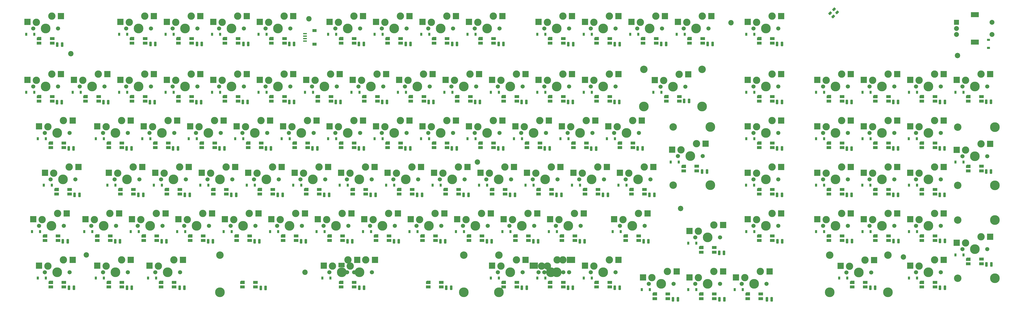
<source format=gbr>
%TF.GenerationSoftware,KiCad,Pcbnew,(6.0.4)*%
%TF.CreationDate,2022-11-05T13:28:53+01:00*%
%TF.ProjectId,pcb,7063622e-6b69-4636-9164-5f7063625858,rev?*%
%TF.SameCoordinates,Original*%
%TF.FileFunction,Soldermask,Bot*%
%TF.FilePolarity,Negative*%
%FSLAX46Y46*%
G04 Gerber Fmt 4.6, Leading zero omitted, Abs format (unit mm)*
G04 Created by KiCad (PCBNEW (6.0.4)) date 2022-11-05 13:28:53*
%MOMM*%
%LPD*%
G01*
G04 APERTURE LIST*
G04 Aperture macros list*
%AMRoundRect*
0 Rectangle with rounded corners*
0 $1 Rounding radius*
0 $2 $3 $4 $5 $6 $7 $8 $9 X,Y pos of 4 corners*
0 Add a 4 corners polygon primitive as box body*
4,1,4,$2,$3,$4,$5,$6,$7,$8,$9,$2,$3,0*
0 Add four circle primitives for the rounded corners*
1,1,$1+$1,$2,$3*
1,1,$1+$1,$4,$5*
1,1,$1+$1,$6,$7*
1,1,$1+$1,$8,$9*
0 Add four rect primitives between the rounded corners*
20,1,$1+$1,$2,$3,$4,$5,0*
20,1,$1+$1,$4,$5,$6,$7,0*
20,1,$1+$1,$6,$7,$8,$9,0*
20,1,$1+$1,$8,$9,$2,$3,0*%
%AMOutline5P*
0 Free polygon, 5 corners , with rotation*
0 The origin of the aperture is its center*
0 number of corners: always 5*
0 $1 to $10 corner X, Y*
0 $11 Rotation angle, in degrees counterclockwise*
0 create outline with 5 corners*
4,1,5,$1,$2,$3,$4,$5,$6,$7,$8,$9,$10,$1,$2,$11*%
%AMOutline6P*
0 Free polygon, 6 corners , with rotation*
0 The origin of the aperture is its center*
0 number of corners: always 6*
0 $1 to $12 corner X, Y*
0 $13 Rotation angle, in degrees counterclockwise*
0 create outline with 6 corners*
4,1,6,$1,$2,$3,$4,$5,$6,$7,$8,$9,$10,$11,$12,$1,$2,$13*%
%AMOutline7P*
0 Free polygon, 7 corners , with rotation*
0 The origin of the aperture is its center*
0 number of corners: always 7*
0 $1 to $14 corner X, Y*
0 $15 Rotation angle, in degrees counterclockwise*
0 create outline with 7 corners*
4,1,7,$1,$2,$3,$4,$5,$6,$7,$8,$9,$10,$11,$12,$13,$14,$1,$2,$15*%
%AMOutline8P*
0 Free polygon, 8 corners , with rotation*
0 The origin of the aperture is its center*
0 number of corners: always 8*
0 $1 to $16 corner X, Y*
0 $17 Rotation angle, in degrees counterclockwise*
0 create outline with 8 corners*
4,1,8,$1,$2,$3,$4,$5,$6,$7,$8,$9,$10,$11,$12,$13,$14,$15,$16,$1,$2,$17*%
G04 Aperture macros list end*
%ADD10R,1.850000X1.280000*%
%ADD11R,1.850000X1.310000*%
%ADD12Outline5P,-0.925000X0.660000X0.925000X0.660000X0.925000X-0.264000X0.529000X-0.660000X-0.925000X-0.660000X180.000000*%
%ADD13R,1.850000X1.300000*%
%ADD14C,1.701800*%
%ADD15C,3.987800*%
%ADD16C,3.000000*%
%ADD17C,0.600000*%
%ADD18R,2.550000X2.500000*%
%ADD19C,2.200000*%
%ADD20C,3.048000*%
%ADD21R,2.570500X1.878000*%
%ADD22R,3.500998X2.500000*%
%ADD23R,3.349250X2.500000*%
%ADD24R,2.000000X2.000000*%
%ADD25C,2.000000*%
%ADD26R,3.200000X2.000000*%
%ADD27R,0.900000X1.200000*%
%ADD28RoundRect,0.250000X-0.250000X-0.700000X0.250000X-0.700000X0.250000X0.700000X-0.250000X0.700000X0*%
%ADD29RoundRect,0.250000X0.503814X0.132583X0.132583X0.503814X-0.503814X-0.132583X-0.132583X-0.503814X0*%
%ADD30R,1.800000X1.200000*%
%ADD31R,1.550000X0.600000*%
%ADD32R,1.200000X0.900000*%
G04 APERTURE END LIST*
D10*
%TO.C,D150*%
X465431250Y-223547500D03*
D11*
X465431250Y-221642500D03*
D12*
X460081250Y-221647500D03*
D13*
X460081250Y-223537500D03*
%TD*%
D10*
%TO.C,D190*%
X132056250Y-280697500D03*
D11*
X132056250Y-278792500D03*
D12*
X126706250Y-278797500D03*
D13*
X126706250Y-280687500D03*
%TD*%
D10*
%TO.C,D180*%
X298743750Y-261647500D03*
D11*
X298743750Y-259742500D03*
D12*
X293393750Y-259747500D03*
D13*
X293393750Y-261637500D03*
%TD*%
D10*
%TO.C,D115*%
X103481250Y-204497500D03*
D11*
X103481250Y-202592500D03*
D12*
X98131250Y-202597500D03*
D13*
X98131250Y-204487500D03*
%TD*%
D10*
%TO.C,D119*%
X179681250Y-204497500D03*
D11*
X179681250Y-202592500D03*
D12*
X174331250Y-202597500D03*
D13*
X174331250Y-204487500D03*
%TD*%
D14*
%TO.C,MX13*%
X372586250Y-174625000D03*
D15*
X367506250Y-174625000D03*
D16*
X370046250Y-169545000D03*
D14*
X362426250Y-174625000D03*
D16*
X363696250Y-172085000D03*
D17*
X372856250Y-168650000D03*
X372856250Y-170450000D03*
X372856250Y-169550000D03*
X374756250Y-169550000D03*
X374756250Y-168650000D03*
X374756250Y-170450000D03*
D18*
X373796250Y-169545000D03*
D17*
X360906250Y-172950000D03*
X359126250Y-171030000D03*
X359126250Y-172830000D03*
X360906250Y-172050000D03*
X360906250Y-171150000D03*
D18*
X360066250Y-171965000D03*
D17*
X359126250Y-171930000D03*
%TD*%
D10*
%TO.C,D135*%
X132056250Y-223547500D03*
D11*
X132056250Y-221642500D03*
D12*
X126706250Y-221647500D03*
D13*
X126706250Y-223537500D03*
%TD*%
D10*
%TO.C,D162*%
X327318750Y-242597500D03*
D11*
X327318750Y-240692500D03*
D12*
X321968750Y-240697500D03*
D13*
X321968750Y-242587500D03*
%TD*%
D16*
%TO.C,MX11*%
X331946250Y-169545000D03*
D14*
X334486250Y-174625000D03*
X324326250Y-174625000D03*
D15*
X329406250Y-174625000D03*
D16*
X325596250Y-172085000D03*
D18*
X335696250Y-169545000D03*
D17*
X334756250Y-169550000D03*
X336656250Y-168650000D03*
X334756250Y-170450000D03*
X336656250Y-169550000D03*
X336656250Y-170450000D03*
X334756250Y-168650000D03*
D18*
X321966250Y-171965000D03*
D17*
X322806250Y-172950000D03*
X321026250Y-172830000D03*
X321026250Y-171930000D03*
X321026250Y-171030000D03*
X322806250Y-172050000D03*
X322806250Y-171150000D03*
%TD*%
D15*
%TO.C,MX43*%
X281781250Y-217487500D03*
D14*
X276701250Y-217487500D03*
D16*
X277971250Y-214947500D03*
D14*
X286861250Y-217487500D03*
D16*
X284321250Y-212407500D03*
D17*
X289031250Y-211512500D03*
D18*
X288071250Y-212407500D03*
D17*
X289031250Y-212412500D03*
X287131250Y-212412500D03*
X287131250Y-213312500D03*
X289031250Y-213312500D03*
X287131250Y-211512500D03*
X275181250Y-214012500D03*
X275181250Y-214912500D03*
X273401250Y-214792500D03*
X273401250Y-213892500D03*
X275181250Y-215812500D03*
D18*
X274341250Y-214827500D03*
D17*
X273401250Y-215692500D03*
%TD*%
D10*
%TO.C,D136*%
X151106250Y-223547500D03*
D11*
X151106250Y-221642500D03*
D12*
X145756250Y-221647500D03*
D13*
X145756250Y-223537500D03*
%TD*%
D10*
%TO.C,D144*%
X303506250Y-223547500D03*
D11*
X303506250Y-221642500D03*
D12*
X298156250Y-221647500D03*
D13*
X298156250Y-223537500D03*
%TD*%
D10*
%TO.C,D158*%
X251118750Y-242597500D03*
D11*
X251118750Y-240692500D03*
D12*
X245768750Y-240697500D03*
D13*
X245768750Y-242587500D03*
%TD*%
D16*
%TO.C,MX31*%
X446246250Y-193357500D03*
D15*
X443706250Y-198437500D03*
D14*
X438626250Y-198437500D03*
X448786250Y-198437500D03*
D16*
X439896250Y-195897500D03*
D17*
X450956250Y-192462500D03*
X449056250Y-194262500D03*
D18*
X449996250Y-193357500D03*
D17*
X449056250Y-193362500D03*
X450956250Y-193362500D03*
X450956250Y-194262500D03*
X449056250Y-192462500D03*
X437106250Y-194962500D03*
D18*
X436266250Y-195777500D03*
D17*
X437106250Y-196762500D03*
X437106250Y-195862500D03*
X435326250Y-195742500D03*
X435326250Y-196642500D03*
X435326250Y-194842500D03*
%TD*%
D10*
%TO.C,D197*%
X374943750Y-285460000D03*
D11*
X374943750Y-283555000D03*
D12*
X369593750Y-283560000D03*
D13*
X369593750Y-285450000D03*
%TD*%
D16*
%TO.C,MX20*%
X198596250Y-193357500D03*
D14*
X190976250Y-198437500D03*
D15*
X196056250Y-198437500D03*
D16*
X192246250Y-195897500D03*
D14*
X201136250Y-198437500D03*
D17*
X203306250Y-192462500D03*
X201406250Y-194262500D03*
X201406250Y-193362500D03*
X203306250Y-194262500D03*
D18*
X202346250Y-193357500D03*
D17*
X201406250Y-192462500D03*
X203306250Y-193362500D03*
X187676250Y-195742500D03*
X189456250Y-196762500D03*
X189456250Y-194962500D03*
X187676250Y-194842500D03*
D18*
X188616250Y-195777500D03*
D17*
X189456250Y-195862500D03*
X187676250Y-196642500D03*
%TD*%
D15*
%TO.C,MX54*%
X172243750Y-236537500D03*
D14*
X167163750Y-236537500D03*
D16*
X168433750Y-233997500D03*
X174783750Y-231457500D03*
D14*
X177323750Y-236537500D03*
D17*
X179493750Y-230562500D03*
X179493750Y-231462500D03*
X177593750Y-230562500D03*
X179493750Y-232362500D03*
X177593750Y-232362500D03*
D18*
X178533750Y-231457500D03*
D17*
X177593750Y-231462500D03*
X165643750Y-233962500D03*
D18*
X164803750Y-233877500D03*
D17*
X163863750Y-234742500D03*
X165643750Y-233062500D03*
X163863750Y-232942500D03*
X163863750Y-233842500D03*
X165643750Y-234862500D03*
%TD*%
D19*
%TO.C,H3*%
X361156250Y-248443750D03*
%TD*%
%TO.C,H9*%
X111125000Y-184943750D03*
%TD*%
D10*
%TO.C,D134*%
X108243750Y-223547500D03*
D11*
X108243750Y-221642500D03*
D12*
X102893750Y-221647500D03*
D13*
X102893750Y-223537500D03*
%TD*%
D14*
%TO.C,MX12*%
X343376250Y-174625000D03*
D16*
X344646250Y-172085000D03*
D15*
X348456250Y-174625000D03*
D16*
X350996250Y-169545000D03*
D14*
X353536250Y-174625000D03*
D17*
X353806250Y-168650000D03*
X355706250Y-170450000D03*
X353806250Y-170450000D03*
X353806250Y-169550000D03*
D18*
X354746250Y-169545000D03*
D17*
X355706250Y-169550000D03*
X355706250Y-168650000D03*
X340076250Y-171030000D03*
X340076250Y-171930000D03*
X340076250Y-172830000D03*
X341856250Y-172950000D03*
D18*
X341016250Y-171965000D03*
D17*
X341856250Y-171150000D03*
X341856250Y-172050000D03*
%TD*%
D15*
%TO.C,MX51*%
X107950000Y-236537500D03*
D14*
X113030000Y-236537500D03*
X102870000Y-236537500D03*
D16*
X104140000Y-233997500D03*
X110490000Y-231457500D03*
D18*
X114240000Y-231457500D03*
D17*
X113300000Y-230562500D03*
X115200000Y-231462500D03*
X115200000Y-230562500D03*
X113300000Y-231462500D03*
X113300000Y-232362500D03*
X115200000Y-232362500D03*
X99570000Y-233842500D03*
D18*
X100510000Y-233877500D03*
D17*
X101350000Y-234862500D03*
X101350000Y-233062500D03*
X101350000Y-233962500D03*
X99570000Y-234742500D03*
X99570000Y-232942500D03*
%TD*%
D10*
%TO.C,D138*%
X189206250Y-223547500D03*
D11*
X189206250Y-221642500D03*
D12*
X183856250Y-221647500D03*
D13*
X183856250Y-223537500D03*
%TD*%
D10*
%TO.C,D166*%
X427331250Y-242597500D03*
D11*
X427331250Y-240692500D03*
D12*
X421981250Y-240697500D03*
D13*
X421981250Y-242587500D03*
%TD*%
D19*
%TO.C,H8*%
X474662500Y-185737500D03*
%TD*%
D14*
%TO.C,MX77*%
X233838750Y-255587500D03*
D16*
X241458750Y-250507500D03*
D14*
X243998750Y-255587500D03*
D16*
X235108750Y-253047500D03*
D15*
X238918750Y-255587500D03*
D18*
X245208750Y-250507500D03*
D17*
X244268750Y-251412500D03*
X246168750Y-251412500D03*
X246168750Y-249612500D03*
X246168750Y-250512500D03*
X244268750Y-249612500D03*
X244268750Y-250512500D03*
X232318750Y-252112500D03*
X230538750Y-251992500D03*
X232318750Y-253912500D03*
X230538750Y-252892500D03*
X230538750Y-253792500D03*
D18*
X231478750Y-252927500D03*
D17*
X232318750Y-253012500D03*
%TD*%
D10*
%TO.C,D185*%
X427331250Y-261647500D03*
D11*
X427331250Y-259742500D03*
D12*
X421981250Y-259747500D03*
D13*
X421981250Y-261637500D03*
%TD*%
D10*
%TO.C,D107*%
X246356250Y-180685000D03*
D11*
X246356250Y-178780000D03*
D12*
X241006250Y-178785000D03*
D13*
X241006250Y-180675000D03*
%TD*%
D10*
%TO.C,D175*%
X203493750Y-261647500D03*
D11*
X203493750Y-259742500D03*
D12*
X198143750Y-259747500D03*
D13*
X198143750Y-261637500D03*
%TD*%
D10*
%TO.C,D170*%
X105862500Y-261647500D03*
D11*
X105862500Y-259742500D03*
D12*
X100512500Y-259747500D03*
D13*
X100512500Y-261637500D03*
%TD*%
D10*
%TO.C,D202*%
X186825000Y-280697500D03*
D11*
X186825000Y-278792500D03*
D12*
X181475000Y-278797500D03*
D13*
X181475000Y-280687500D03*
%TD*%
D10*
%TO.C,D146*%
X341606250Y-223547500D03*
D11*
X341606250Y-221642500D03*
D12*
X336256250Y-221647500D03*
D13*
X336256250Y-223537500D03*
%TD*%
D15*
%TO.C,MX79*%
X277018750Y-255587500D03*
D16*
X279558750Y-250507500D03*
X273208750Y-253047500D03*
D14*
X282098750Y-255587500D03*
X271938750Y-255587500D03*
D17*
X282368750Y-250512500D03*
X284268750Y-249612500D03*
D18*
X283308750Y-250507500D03*
D17*
X284268750Y-250512500D03*
X282368750Y-249612500D03*
X282368750Y-251412500D03*
X284268750Y-251412500D03*
X270418750Y-253912500D03*
X270418750Y-252112500D03*
X268638750Y-251992500D03*
X268638750Y-253792500D03*
D18*
X269578750Y-252927500D03*
D17*
X268638750Y-252892500D03*
X270418750Y-253012500D03*
%TD*%
D10*
%TO.C,D140*%
X227306250Y-223547500D03*
D11*
X227306250Y-221642500D03*
D12*
X221956250Y-221647500D03*
D13*
X221956250Y-223537500D03*
%TD*%
D16*
%TO.C,MX49*%
X446246250Y-212407500D03*
X439896250Y-214947500D03*
D14*
X448786250Y-217487500D03*
D15*
X443706250Y-217487500D03*
D14*
X438626250Y-217487500D03*
D17*
X450956250Y-213312500D03*
X449056250Y-213312500D03*
X450956250Y-212412500D03*
X450956250Y-211512500D03*
X449056250Y-211512500D03*
D18*
X449996250Y-212407500D03*
D17*
X449056250Y-212412500D03*
X435326250Y-213892500D03*
X437106250Y-214912500D03*
X437106250Y-214012500D03*
D18*
X436266250Y-214827500D03*
D17*
X437106250Y-215812500D03*
X435326250Y-214792500D03*
X435326250Y-215692500D03*
%TD*%
D16*
%TO.C,MX45*%
X322421250Y-212407500D03*
D15*
X319881250Y-217487500D03*
D16*
X316071250Y-214947500D03*
D14*
X314801250Y-217487500D03*
X324961250Y-217487500D03*
D17*
X325231250Y-213312500D03*
X327131250Y-213312500D03*
X325231250Y-212412500D03*
X327131250Y-212412500D03*
X325231250Y-211512500D03*
D18*
X326171250Y-212407500D03*
D17*
X327131250Y-211512500D03*
X313281250Y-214912500D03*
X313281250Y-215812500D03*
X311501250Y-214792500D03*
D18*
X312441250Y-214827500D03*
D17*
X311501250Y-215692500D03*
X313281250Y-214012500D03*
X311501250Y-213892500D03*
%TD*%
D10*
%TO.C,D188*%
X484481250Y-271172500D03*
D11*
X484481250Y-269267500D03*
D12*
X479131250Y-269272500D03*
D13*
X479131250Y-271162500D03*
%TD*%
D10*
%TO.C,D137*%
X170156250Y-223547500D03*
D11*
X170156250Y-221642500D03*
D12*
X164806250Y-221647500D03*
D13*
X164806250Y-223537500D03*
%TD*%
D14*
%TO.C,MX42*%
X267811250Y-217487500D03*
D16*
X265271250Y-212407500D03*
D14*
X257651250Y-217487500D03*
D15*
X262731250Y-217487500D03*
D16*
X258921250Y-214947500D03*
D18*
X269021250Y-212407500D03*
D17*
X269981250Y-211512500D03*
X268081250Y-213312500D03*
X268081250Y-212412500D03*
X269981250Y-212412500D03*
X269981250Y-213312500D03*
X268081250Y-211512500D03*
X254351250Y-213892500D03*
X254351250Y-215692500D03*
X256131250Y-215812500D03*
X256131250Y-214912500D03*
X256131250Y-214012500D03*
X254351250Y-214792500D03*
D18*
X255291250Y-214827500D03*
%TD*%
D10*
%TO.C,D193*%
X293981250Y-280697500D03*
D11*
X293981250Y-278792500D03*
D12*
X288631250Y-278797500D03*
D13*
X288631250Y-280687500D03*
%TD*%
D15*
%TO.C,MX10*%
X310356250Y-174625000D03*
D14*
X305276250Y-174625000D03*
X315436250Y-174625000D03*
D16*
X306546250Y-172085000D03*
X312896250Y-169545000D03*
D17*
X315706250Y-168650000D03*
X317606250Y-169550000D03*
X315706250Y-170450000D03*
X315706250Y-169550000D03*
D18*
X316646250Y-169545000D03*
D17*
X317606250Y-168650000D03*
X317606250Y-170450000D03*
X301976250Y-171930000D03*
X303756250Y-172050000D03*
X301976250Y-172830000D03*
X301976250Y-171030000D03*
X303756250Y-171150000D03*
X303756250Y-172950000D03*
D18*
X302916250Y-171965000D03*
%TD*%
D15*
%TO.C,MX92*%
X229537500Y-274637500D03*
D16*
X224790000Y-269557500D03*
D14*
X224457500Y-274637500D03*
D20*
X286687500Y-267652500D03*
D14*
X227330000Y-274637500D03*
D16*
X232077500Y-269557500D03*
D15*
X172250100Y-282892500D03*
D14*
X234617500Y-274637500D03*
X217170000Y-274637500D03*
D15*
X272249900Y-282892500D03*
D16*
X225727500Y-272097500D03*
D20*
X272249900Y-267652500D03*
X172250100Y-267652500D03*
D15*
X286687500Y-282892500D03*
D16*
X218440000Y-272097500D03*
D15*
X222250000Y-274637500D03*
D17*
X227600000Y-270462500D03*
X227600000Y-269562500D03*
X229500000Y-270462500D03*
X236787500Y-268662500D03*
D18*
X235827500Y-269557500D03*
D17*
X229500000Y-269562500D03*
X227600000Y-268662500D03*
X236787500Y-269562500D03*
X234887500Y-270462500D03*
X229500000Y-268662500D03*
X234887500Y-269562500D03*
X236787500Y-270462500D03*
D18*
X228540000Y-269557500D03*
D17*
X234887500Y-268662500D03*
X222937500Y-272062500D03*
X215650000Y-272062500D03*
X215650000Y-271162500D03*
D21*
X222107750Y-271666500D03*
D17*
X221157500Y-271942500D03*
X215650000Y-272962500D03*
X213870000Y-271042500D03*
X213870000Y-272842500D03*
X213870000Y-271942500D03*
X222937500Y-271162500D03*
X221157500Y-271042500D03*
D18*
X214810000Y-271977500D03*
%TD*%
D10*
%TO.C,D163*%
X346368750Y-242597500D03*
D11*
X346368750Y-240692500D03*
D12*
X341018750Y-240697500D03*
D13*
X341018750Y-242587500D03*
%TD*%
D10*
%TO.C,D139*%
X208256250Y-223547500D03*
D11*
X208256250Y-221642500D03*
D12*
X202906250Y-221647500D03*
D13*
X202906250Y-223537500D03*
%TD*%
D16*
%TO.C,MX9*%
X284321250Y-169545000D03*
D14*
X286861250Y-174625000D03*
D15*
X281781250Y-174625000D03*
D16*
X277971250Y-172085000D03*
D14*
X276701250Y-174625000D03*
D17*
X287131250Y-169550000D03*
D18*
X288071250Y-169545000D03*
D17*
X289031250Y-170450000D03*
X289031250Y-169550000D03*
X287131250Y-168650000D03*
X287131250Y-170450000D03*
X289031250Y-168650000D03*
X273401250Y-171930000D03*
X275181250Y-172050000D03*
X273401250Y-171030000D03*
D18*
X274341250Y-171965000D03*
D17*
X273401250Y-172830000D03*
X275181250Y-172950000D03*
X275181250Y-171150000D03*
%TD*%
D14*
%TO.C,MX18*%
X163036250Y-198437500D03*
D15*
X157956250Y-198437500D03*
D16*
X160496250Y-193357500D03*
X154146250Y-195897500D03*
D14*
X152876250Y-198437500D03*
D17*
X163306250Y-194262500D03*
X163306250Y-193362500D03*
X165206250Y-193362500D03*
X165206250Y-192462500D03*
D18*
X164246250Y-193357500D03*
D17*
X163306250Y-192462500D03*
X165206250Y-194262500D03*
X149576250Y-195742500D03*
X151356250Y-196762500D03*
D18*
X150516250Y-195777500D03*
D17*
X151356250Y-194962500D03*
X151356250Y-195862500D03*
X149576250Y-196642500D03*
X149576250Y-194842500D03*
%TD*%
D10*
%TO.C,D141*%
X246356250Y-223547500D03*
D11*
X246356250Y-221642500D03*
D12*
X241006250Y-221647500D03*
D13*
X241006250Y-223537500D03*
%TD*%
D10*
%TO.C,D148*%
X427331250Y-223547500D03*
D11*
X427331250Y-221642500D03*
D12*
X421981250Y-221647500D03*
D13*
X421981250Y-223537500D03*
%TD*%
D14*
%TO.C,MX15*%
X95726250Y-198437500D03*
D15*
X100806250Y-198437500D03*
D14*
X105886250Y-198437500D03*
D16*
X103346250Y-193357500D03*
X96996250Y-195897500D03*
D17*
X106156250Y-193362500D03*
X106156250Y-192462500D03*
X108056250Y-193362500D03*
X108056250Y-194262500D03*
X108056250Y-192462500D03*
D18*
X107096250Y-193357500D03*
D17*
X106156250Y-194262500D03*
X92426250Y-194842500D03*
D18*
X93366250Y-195777500D03*
D17*
X94206250Y-196762500D03*
X94206250Y-195862500D03*
X92426250Y-195742500D03*
X92426250Y-196642500D03*
X94206250Y-194962500D03*
%TD*%
D15*
%TO.C,MX5*%
X196056250Y-174625000D03*
D16*
X198596250Y-169545000D03*
D14*
X190976250Y-174625000D03*
D16*
X192246250Y-172085000D03*
D14*
X201136250Y-174625000D03*
D18*
X202346250Y-169545000D03*
D17*
X203306250Y-168650000D03*
X201406250Y-168650000D03*
X201406250Y-170450000D03*
X203306250Y-170450000D03*
X203306250Y-169550000D03*
X201406250Y-169550000D03*
X189456250Y-172950000D03*
D18*
X188616250Y-171965000D03*
D17*
X189456250Y-172050000D03*
X187676250Y-171030000D03*
X187676250Y-172830000D03*
X187676250Y-171930000D03*
X189456250Y-171150000D03*
%TD*%
D14*
%TO.C,MX21*%
X220186250Y-198437500D03*
D15*
X215106250Y-198437500D03*
D14*
X210026250Y-198437500D03*
D16*
X211296250Y-195897500D03*
X217646250Y-193357500D03*
D17*
X220456250Y-192462500D03*
X220456250Y-194262500D03*
X222356250Y-193362500D03*
X220456250Y-193362500D03*
X222356250Y-192462500D03*
X222356250Y-194262500D03*
D18*
X221396250Y-193357500D03*
X207666250Y-195777500D03*
D17*
X206726250Y-194842500D03*
X208506250Y-194962500D03*
X208506250Y-195862500D03*
X208506250Y-196762500D03*
X206726250Y-196642500D03*
X206726250Y-195742500D03*
%TD*%
D10*
%TO.C,D113*%
X370181250Y-180685000D03*
D11*
X370181250Y-178780000D03*
D12*
X364831250Y-178785000D03*
D13*
X364831250Y-180675000D03*
%TD*%
D10*
%TO.C,D109*%
X284456250Y-180685000D03*
D11*
X284456250Y-178780000D03*
D12*
X279106250Y-178785000D03*
D13*
X279106250Y-180675000D03*
%TD*%
D14*
%TO.C,MX84*%
X401161250Y-255587500D03*
X391001250Y-255587500D03*
D16*
X392271250Y-253047500D03*
X398621250Y-250507500D03*
D15*
X396081250Y-255587500D03*
D17*
X403331250Y-251412500D03*
D18*
X402371250Y-250507500D03*
D17*
X401431250Y-251412500D03*
X403331250Y-249612500D03*
X403331250Y-250512500D03*
X401431250Y-249612500D03*
X401431250Y-250512500D03*
X389481250Y-253912500D03*
X389481250Y-252112500D03*
X387701250Y-253792500D03*
X389481250Y-253012500D03*
D18*
X388641250Y-252927500D03*
D17*
X387701250Y-251992500D03*
X387701250Y-252892500D03*
%TD*%
D16*
%TO.C,MX44*%
X303371250Y-212407500D03*
D14*
X295751250Y-217487500D03*
D15*
X300831250Y-217487500D03*
D14*
X305911250Y-217487500D03*
D16*
X297021250Y-214947500D03*
D17*
X306181250Y-211512500D03*
X306181250Y-213312500D03*
D18*
X307121250Y-212407500D03*
D17*
X308081250Y-212412500D03*
X306181250Y-212412500D03*
X308081250Y-213312500D03*
X308081250Y-211512500D03*
X294231250Y-214912500D03*
X294231250Y-215812500D03*
X292451250Y-214792500D03*
X292451250Y-215692500D03*
X294231250Y-214012500D03*
X292451250Y-213892500D03*
D18*
X293391250Y-214827500D03*
%TD*%
D10*
%TO.C,D127*%
X332081250Y-204497500D03*
D11*
X332081250Y-202592500D03*
D12*
X326731250Y-202597500D03*
D13*
X326731250Y-204487500D03*
%TD*%
D10*
%TO.C,D167*%
X446381250Y-242597500D03*
D11*
X446381250Y-240692500D03*
D12*
X441031250Y-240697500D03*
D13*
X441031250Y-242587500D03*
%TD*%
D16*
%TO.C,MX47*%
X398621250Y-212407500D03*
D15*
X396081250Y-217487500D03*
D14*
X401161250Y-217487500D03*
D16*
X392271250Y-214947500D03*
D14*
X391001250Y-217487500D03*
D17*
X403331250Y-213312500D03*
X401431250Y-211512500D03*
X403331250Y-212412500D03*
X401431250Y-212412500D03*
D18*
X402371250Y-212407500D03*
D17*
X403331250Y-211512500D03*
X401431250Y-213312500D03*
D18*
X388641250Y-214827500D03*
D17*
X387701250Y-215692500D03*
X387701250Y-213892500D03*
X387701250Y-214792500D03*
X389481250Y-215812500D03*
X389481250Y-214912500D03*
X389481250Y-214012500D03*
%TD*%
D16*
%TO.C,MX32*%
X458946250Y-195897500D03*
D15*
X462756250Y-198437500D03*
D14*
X457676250Y-198437500D03*
X467836250Y-198437500D03*
D16*
X465296250Y-193357500D03*
D17*
X468106250Y-193362500D03*
X470006250Y-192462500D03*
X470006250Y-193362500D03*
X470006250Y-194262500D03*
X468106250Y-194262500D03*
X468106250Y-192462500D03*
D18*
X469046250Y-193357500D03*
D17*
X454376250Y-196642500D03*
X456156250Y-195862500D03*
D18*
X455316250Y-195777500D03*
D17*
X456156250Y-194962500D03*
X456156250Y-196762500D03*
X454376250Y-195742500D03*
X454376250Y-194842500D03*
%TD*%
D14*
%TO.C,MX91*%
X145732500Y-274637500D03*
X155892500Y-274637500D03*
D15*
X150812500Y-274637500D03*
D16*
X147002500Y-272097500D03*
X153352500Y-269557500D03*
D17*
X158062500Y-268662500D03*
X156162500Y-268662500D03*
X156162500Y-269562500D03*
X156162500Y-270462500D03*
X158062500Y-270462500D03*
X158062500Y-269562500D03*
D18*
X157102500Y-269557500D03*
D17*
X144212500Y-272962500D03*
X142432500Y-272842500D03*
X144212500Y-271162500D03*
X142432500Y-271942500D03*
D18*
X143372500Y-271977500D03*
D17*
X142432500Y-271042500D03*
X144212500Y-272062500D03*
%TD*%
D14*
%TO.C,MX36*%
X153511250Y-217487500D03*
D15*
X148431250Y-217487500D03*
D16*
X144621250Y-214947500D03*
D14*
X143351250Y-217487500D03*
D16*
X150971250Y-212407500D03*
D18*
X154721250Y-212407500D03*
D17*
X155681250Y-212412500D03*
X153781250Y-213312500D03*
X153781250Y-211512500D03*
X155681250Y-211512500D03*
X155681250Y-213312500D03*
X153781250Y-212412500D03*
X141831250Y-215812500D03*
X141831250Y-214912500D03*
X140051250Y-214792500D03*
X141831250Y-214012500D03*
X140051250Y-213892500D03*
X140051250Y-215692500D03*
D18*
X140991250Y-214827500D03*
%TD*%
D10*
%TO.C,D183*%
X374943750Y-266410000D03*
D11*
X374943750Y-264505000D03*
D12*
X369593750Y-264510000D03*
D13*
X369593750Y-266400000D03*
%TD*%
D10*
%TO.C,D130*%
X427331250Y-204497500D03*
D11*
X427331250Y-202592500D03*
D12*
X421981250Y-202597500D03*
D13*
X421981250Y-204487500D03*
%TD*%
D16*
%TO.C,MX71*%
X127158750Y-250507500D03*
D15*
X124618750Y-255587500D03*
D16*
X120808750Y-253047500D03*
D14*
X119538750Y-255587500D03*
X129698750Y-255587500D03*
D17*
X129968750Y-250512500D03*
X129968750Y-249612500D03*
X129968750Y-251412500D03*
X131868750Y-251412500D03*
X131868750Y-250512500D03*
D18*
X130908750Y-250507500D03*
D17*
X131868750Y-249612500D03*
X116238750Y-251992500D03*
X118018750Y-253012500D03*
X116238750Y-252892500D03*
X118018750Y-252112500D03*
D18*
X117178750Y-252927500D03*
D17*
X116238750Y-253792500D03*
X118018750Y-253912500D03*
%TD*%
D10*
%TO.C,D116*%
X122531250Y-204497500D03*
D11*
X122531250Y-202592500D03*
D12*
X117181250Y-202597500D03*
D13*
X117181250Y-204487500D03*
%TD*%
D10*
%TO.C,D168*%
X465431250Y-242597500D03*
D11*
X465431250Y-240692500D03*
D12*
X460081250Y-240697500D03*
D13*
X460081250Y-242587500D03*
%TD*%
D10*
%TO.C,D176*%
X222543750Y-261647500D03*
D11*
X222543750Y-259742500D03*
D12*
X217193750Y-259747500D03*
D13*
X217193750Y-261637500D03*
%TD*%
D10*
%TO.C,D110*%
X313031250Y-180685000D03*
D11*
X313031250Y-178780000D03*
D12*
X307681250Y-178785000D03*
D13*
X307681250Y-180675000D03*
%TD*%
D14*
%TO.C,MX80*%
X301148750Y-255587500D03*
D16*
X298608750Y-250507500D03*
X292258750Y-253047500D03*
D15*
X296068750Y-255587500D03*
D14*
X290988750Y-255587500D03*
D17*
X301418750Y-250512500D03*
X303318750Y-250512500D03*
D18*
X302358750Y-250507500D03*
D17*
X303318750Y-249612500D03*
X301418750Y-251412500D03*
X303318750Y-251412500D03*
X301418750Y-249612500D03*
X289468750Y-252112500D03*
X287688750Y-252892500D03*
X289468750Y-253912500D03*
D18*
X288628750Y-252927500D03*
D17*
X287688750Y-253792500D03*
X289468750Y-253012500D03*
X287688750Y-251992500D03*
%TD*%
D10*
%TO.C,D128*%
X360656250Y-204497500D03*
D11*
X360656250Y-202592500D03*
D12*
X355306250Y-202597500D03*
D13*
X355306250Y-204487500D03*
%TD*%
D10*
%TO.C,D118*%
X160631250Y-204497500D03*
D11*
X160631250Y-202592500D03*
D12*
X155281250Y-202597500D03*
D13*
X155281250Y-204487500D03*
%TD*%
D15*
%TO.C,MX89*%
X105568750Y-274637500D03*
D16*
X108108750Y-269557500D03*
D14*
X100488750Y-274637500D03*
D16*
X101758750Y-272097500D03*
D14*
X110648750Y-274637500D03*
D17*
X110918750Y-270462500D03*
X112818750Y-270462500D03*
X112818750Y-269562500D03*
X110918750Y-268662500D03*
D18*
X111858750Y-269557500D03*
D17*
X112818750Y-268662500D03*
X110918750Y-269562500D03*
X98968750Y-272962500D03*
X97188750Y-271942500D03*
X98968750Y-272062500D03*
X97188750Y-271042500D03*
D18*
X98128750Y-271977500D03*
D17*
X97188750Y-272842500D03*
X98968750Y-271162500D03*
%TD*%
D14*
%TO.C,MX66*%
X429736250Y-236537500D03*
D16*
X427196250Y-231457500D03*
D15*
X424656250Y-236537500D03*
D16*
X420846250Y-233997500D03*
D14*
X419576250Y-236537500D03*
D17*
X431906250Y-231462500D03*
X430006250Y-232362500D03*
X430006250Y-231462500D03*
D18*
X430946250Y-231457500D03*
D17*
X430006250Y-230562500D03*
X431906250Y-230562500D03*
X431906250Y-232362500D03*
X418056250Y-234862500D03*
X418056250Y-233962500D03*
D18*
X417216250Y-233877500D03*
D17*
X418056250Y-233062500D03*
X416276250Y-233842500D03*
X416276250Y-232942500D03*
X416276250Y-234742500D03*
%TD*%
D10*
%TO.C,D186*%
X446381250Y-261647500D03*
D11*
X446381250Y-259742500D03*
D12*
X441031250Y-259747500D03*
D13*
X441031250Y-261637500D03*
%TD*%
D14*
%TO.C,MX3*%
X163036250Y-174625000D03*
D16*
X160496250Y-169545000D03*
D15*
X157956250Y-174625000D03*
D16*
X154146250Y-172085000D03*
D14*
X152876250Y-174625000D03*
D17*
X165206250Y-170450000D03*
X165206250Y-168650000D03*
X165206250Y-169550000D03*
X163306250Y-168650000D03*
D18*
X164246250Y-169545000D03*
D17*
X163306250Y-169550000D03*
X163306250Y-170450000D03*
D18*
X150516250Y-171965000D03*
D17*
X151356250Y-172050000D03*
X149576250Y-172830000D03*
X149576250Y-171930000D03*
X151356250Y-172950000D03*
X151356250Y-171150000D03*
X149576250Y-171030000D03*
%TD*%
D10*
%TO.C,D171*%
X127293750Y-261647500D03*
D11*
X127293750Y-259742500D03*
D12*
X121943750Y-259747500D03*
D13*
X121943750Y-261637500D03*
%TD*%
D15*
%TO.C,MX61*%
X305593750Y-236537500D03*
D16*
X308133750Y-231457500D03*
D14*
X310673750Y-236537500D03*
D16*
X301783750Y-233997500D03*
D14*
X300513750Y-236537500D03*
D17*
X310943750Y-230562500D03*
X312843750Y-231462500D03*
D18*
X311883750Y-231457500D03*
D17*
X312843750Y-232362500D03*
X310943750Y-232362500D03*
X312843750Y-230562500D03*
X310943750Y-231462500D03*
X297213750Y-234742500D03*
X298993750Y-233062500D03*
X298993750Y-234862500D03*
X297213750Y-232942500D03*
X297213750Y-233842500D03*
D18*
X298153750Y-233877500D03*
D17*
X298993750Y-233962500D03*
%TD*%
D14*
%TO.C,MX100*%
X457676250Y-274637500D03*
D16*
X458946250Y-272097500D03*
X465296250Y-269557500D03*
D15*
X462756250Y-274637500D03*
D14*
X467836250Y-274637500D03*
D18*
X469046250Y-269557500D03*
D17*
X468106250Y-269562500D03*
X470006250Y-269562500D03*
X470006250Y-270462500D03*
X468106250Y-270462500D03*
X468106250Y-268662500D03*
X470006250Y-268662500D03*
D18*
X455316250Y-271977500D03*
D17*
X454376250Y-271042500D03*
X456156250Y-272962500D03*
X456156250Y-272062500D03*
X454376250Y-271942500D03*
X456156250Y-271162500D03*
X454376250Y-272842500D03*
%TD*%
D10*
%TO.C,D105*%
X198731250Y-180685000D03*
D11*
X198731250Y-178780000D03*
D12*
X193381250Y-178785000D03*
D13*
X193381250Y-180675000D03*
%TD*%
D15*
%TO.C,MX86*%
X443706250Y-255587500D03*
D16*
X439896250Y-253047500D03*
D14*
X448786250Y-255587500D03*
D16*
X446246250Y-250507500D03*
D14*
X438626250Y-255587500D03*
D17*
X450956250Y-251412500D03*
X449056250Y-251412500D03*
X449056250Y-249612500D03*
X450956250Y-250512500D03*
D18*
X449996250Y-250507500D03*
D17*
X449056250Y-250512500D03*
X450956250Y-249612500D03*
X435326250Y-251992500D03*
X435326250Y-252892500D03*
X435326250Y-253792500D03*
D18*
X436266250Y-252927500D03*
D17*
X437106250Y-253912500D03*
X437106250Y-252112500D03*
X437106250Y-253012500D03*
%TD*%
D14*
%TO.C,MX39*%
X210661250Y-217487500D03*
X200501250Y-217487500D03*
D15*
X205581250Y-217487500D03*
D16*
X208121250Y-212407500D03*
X201771250Y-214947500D03*
D17*
X212831250Y-211512500D03*
X212831250Y-213312500D03*
X210931250Y-211512500D03*
X210931250Y-212412500D03*
X212831250Y-212412500D03*
X210931250Y-213312500D03*
D18*
X211871250Y-212407500D03*
D17*
X197201250Y-214792500D03*
D18*
X198141250Y-214827500D03*
D17*
X197201250Y-215692500D03*
X198981250Y-214912500D03*
X198981250Y-215812500D03*
X197201250Y-213892500D03*
X198981250Y-214012500D03*
%TD*%
D10*
%TO.C,D192*%
X227306250Y-280697500D03*
D11*
X227306250Y-278792500D03*
D12*
X221956250Y-278797500D03*
D13*
X221956250Y-280687500D03*
%TD*%
D15*
%TO.C,MX87*%
X462756250Y-255587500D03*
D14*
X457676250Y-255587500D03*
X467836250Y-255587500D03*
D16*
X465296250Y-250507500D03*
X458946250Y-253047500D03*
D18*
X469046250Y-250507500D03*
D17*
X468106250Y-251412500D03*
X468106250Y-250512500D03*
X468106250Y-249612500D03*
X470006250Y-251412500D03*
X470006250Y-249612500D03*
X470006250Y-250512500D03*
X456156250Y-252112500D03*
X456156250Y-253012500D03*
X456156250Y-253912500D03*
X454376250Y-252892500D03*
X454376250Y-251992500D03*
X454376250Y-253792500D03*
D18*
X455316250Y-252927500D03*
%TD*%
D14*
%TO.C,MX83*%
X367188750Y-260350000D03*
D15*
X372268750Y-260350000D03*
D14*
X377348750Y-260350000D03*
D16*
X368458750Y-257810000D03*
X374808750Y-255270000D03*
D17*
X379518750Y-255275000D03*
X379518750Y-256175000D03*
D18*
X378558750Y-255270000D03*
D17*
X377618750Y-255275000D03*
X377618750Y-254375000D03*
X379518750Y-254375000D03*
X377618750Y-256175000D03*
X363888750Y-258555000D03*
D18*
X364828750Y-257690000D03*
D17*
X365668750Y-256875000D03*
X365668750Y-258675000D03*
X363888750Y-256755000D03*
X365668750Y-257775000D03*
X363888750Y-257655000D03*
%TD*%
D16*
%TO.C,MX78*%
X254158750Y-253047500D03*
D14*
X252888750Y-255587500D03*
D15*
X257968750Y-255587500D03*
D14*
X263048750Y-255587500D03*
D16*
X260508750Y-250507500D03*
D17*
X265218750Y-249612500D03*
X263318750Y-250512500D03*
X265218750Y-250512500D03*
X263318750Y-251412500D03*
X265218750Y-251412500D03*
X263318750Y-249612500D03*
D18*
X264258750Y-250507500D03*
D17*
X251368750Y-253912500D03*
X251368750Y-252112500D03*
X249588750Y-251992500D03*
X249588750Y-252892500D03*
X251368750Y-253012500D03*
D18*
X250528750Y-252927500D03*
D17*
X249588750Y-253792500D03*
%TD*%
D10*
%TO.C,D120*%
X198731250Y-204497500D03*
D11*
X198731250Y-202592500D03*
D12*
X193381250Y-202597500D03*
D13*
X193381250Y-204487500D03*
%TD*%
D19*
%TO.C,H5*%
X277812500Y-229393750D03*
%TD*%
D10*
%TO.C,D122*%
X236831250Y-204497500D03*
D11*
X236831250Y-202592500D03*
D12*
X231481250Y-202597500D03*
D13*
X231481250Y-204487500D03*
%TD*%
D16*
%TO.C,MX40*%
X220821250Y-214947500D03*
D15*
X224631250Y-217487500D03*
D14*
X219551250Y-217487500D03*
D16*
X227171250Y-212407500D03*
D14*
X229711250Y-217487500D03*
D17*
X229981250Y-212412500D03*
X231881250Y-212412500D03*
X229981250Y-213312500D03*
D18*
X230921250Y-212407500D03*
D17*
X229981250Y-211512500D03*
X231881250Y-211512500D03*
X231881250Y-213312500D03*
X218031250Y-215812500D03*
X216251250Y-213892500D03*
X218031250Y-214912500D03*
X216251250Y-215692500D03*
X218031250Y-214012500D03*
D18*
X217191250Y-214827500D03*
D17*
X216251250Y-214792500D03*
%TD*%
D10*
%TO.C,D129*%
X398756250Y-204497500D03*
D11*
X398756250Y-202592500D03*
D12*
X393406250Y-202597500D03*
D13*
X393406250Y-204487500D03*
%TD*%
D10*
%TO.C,D155*%
X193968750Y-242597500D03*
D11*
X193968750Y-240692500D03*
D12*
X188618750Y-240697500D03*
D13*
X188618750Y-242587500D03*
%TD*%
D14*
%TO.C,MX81*%
X310038750Y-255587500D03*
D16*
X311308750Y-253047500D03*
X317658750Y-250507500D03*
D14*
X320198750Y-255587500D03*
D15*
X315118750Y-255587500D03*
D17*
X320468750Y-251412500D03*
X322368750Y-249612500D03*
X322368750Y-250512500D03*
X320468750Y-250512500D03*
D18*
X321408750Y-250507500D03*
D17*
X322368750Y-251412500D03*
X320468750Y-249612500D03*
D18*
X307678750Y-252927500D03*
D17*
X306738750Y-251992500D03*
X308518750Y-253012500D03*
X306738750Y-252892500D03*
X308518750Y-253912500D03*
X306738750Y-253792500D03*
X308518750Y-252112500D03*
%TD*%
D10*
%TO.C,D103*%
X160631250Y-180685000D03*
D11*
X160631250Y-178780000D03*
D12*
X155281250Y-178785000D03*
D13*
X155281250Y-180675000D03*
%TD*%
D14*
%TO.C,MX25*%
X296386250Y-198437500D03*
D16*
X293846250Y-193357500D03*
D14*
X286226250Y-198437500D03*
D15*
X291306250Y-198437500D03*
D16*
X287496250Y-195897500D03*
D17*
X296656250Y-192462500D03*
X298556250Y-194262500D03*
X298556250Y-192462500D03*
X298556250Y-193362500D03*
X296656250Y-193362500D03*
D18*
X297596250Y-193357500D03*
D17*
X296656250Y-194262500D03*
X282926250Y-195742500D03*
X284706250Y-194962500D03*
D18*
X283866250Y-195777500D03*
D17*
X282926250Y-196642500D03*
X284706250Y-195862500D03*
X284706250Y-196762500D03*
X282926250Y-194842500D03*
%TD*%
D10*
%TO.C,D106*%
X227306250Y-180685000D03*
D11*
X227306250Y-178780000D03*
D12*
X221956250Y-178785000D03*
D13*
X221956250Y-180675000D03*
%TD*%
D16*
%TO.C,MX52*%
X130333750Y-233997500D03*
X136683750Y-231457500D03*
D14*
X139223750Y-236537500D03*
D15*
X134143750Y-236537500D03*
D14*
X129063750Y-236537500D03*
D17*
X139493750Y-231462500D03*
X141393750Y-232362500D03*
X139493750Y-232362500D03*
D18*
X140433750Y-231457500D03*
D17*
X141393750Y-231462500D03*
X141393750Y-230562500D03*
X139493750Y-230562500D03*
X125763750Y-233842500D03*
X127543750Y-233062500D03*
X125763750Y-232942500D03*
D18*
X126703750Y-233877500D03*
D17*
X125763750Y-234742500D03*
X127543750Y-233962500D03*
X127543750Y-234862500D03*
%TD*%
D10*
%TO.C,D181*%
X317793750Y-261647500D03*
D11*
X317793750Y-259742500D03*
D12*
X312443750Y-259747500D03*
D13*
X312443750Y-261637500D03*
%TD*%
D10*
%TO.C,D184*%
X398756250Y-261647500D03*
D11*
X398756250Y-259742500D03*
D12*
X393406250Y-259747500D03*
D13*
X393406250Y-261637500D03*
%TD*%
D10*
%TO.C,D114*%
X398756250Y-180685000D03*
D11*
X398756250Y-178780000D03*
D12*
X393406250Y-178785000D03*
D13*
X393406250Y-180675000D03*
%TD*%
D15*
%TO.C,MX28*%
X369919250Y-206692500D03*
D14*
X352901250Y-198503639D03*
D16*
X354171250Y-195963639D03*
X360521250Y-193423639D03*
D15*
X357981250Y-198503639D03*
D14*
X363061250Y-198503639D03*
D15*
X346043250Y-206692500D03*
D20*
X346043250Y-191452500D03*
X369919250Y-191452500D03*
D18*
X364271250Y-193423639D03*
D17*
X365231250Y-193428639D03*
X365231250Y-194328639D03*
X365231250Y-192528639D03*
X363331250Y-193428639D03*
X363331250Y-194328639D03*
X363331250Y-192528639D03*
X351381250Y-196828639D03*
X349601250Y-195808639D03*
X349601250Y-196708639D03*
X351381250Y-195928639D03*
X349601250Y-194908639D03*
D18*
X350541250Y-195843639D03*
D17*
X351381250Y-195028639D03*
%TD*%
D14*
%TO.C,MX97*%
X367188750Y-279400000D03*
D15*
X372268750Y-279400000D03*
D16*
X374808750Y-274320000D03*
X368458750Y-276860000D03*
D14*
X377348750Y-279400000D03*
D17*
X377618750Y-273425000D03*
X377618750Y-275225000D03*
D18*
X378558750Y-274320000D03*
D17*
X379518750Y-275225000D03*
X377618750Y-274325000D03*
X379518750Y-274325000D03*
X379518750Y-273425000D03*
X363888750Y-275805000D03*
X363888750Y-277605000D03*
X365668750Y-276825000D03*
D18*
X364828750Y-276740000D03*
D17*
X365668750Y-275925000D03*
X363888750Y-276705000D03*
X365668750Y-277725000D03*
%TD*%
D19*
%TO.C,H4*%
X208756250Y-170656250D03*
%TD*%
D14*
%TO.C,MX63*%
X338613750Y-236537500D03*
D15*
X343693750Y-236537500D03*
D14*
X348773750Y-236537500D03*
D16*
X339883750Y-233997500D03*
X346233750Y-231457500D03*
D18*
X349983750Y-231457500D03*
D17*
X349043750Y-230562500D03*
X349043750Y-231462500D03*
X349043750Y-232362500D03*
X350943750Y-232362500D03*
X350943750Y-230562500D03*
X350943750Y-231462500D03*
X335313750Y-232942500D03*
D18*
X336253750Y-233877500D03*
D17*
X337093750Y-233062500D03*
X337093750Y-234862500D03*
X335313750Y-234742500D03*
X335313750Y-233842500D03*
X337093750Y-233962500D03*
%TD*%
D10*
%TO.C,D156*%
X213018750Y-242597500D03*
D11*
X213018750Y-240692500D03*
D12*
X207668750Y-240697500D03*
D13*
X207668750Y-242587500D03*
%TD*%
D16*
%TO.C,MX16*%
X122396250Y-193357500D03*
D14*
X114776250Y-198437500D03*
X124936250Y-198437500D03*
D16*
X116046250Y-195897500D03*
D15*
X119856250Y-198437500D03*
D17*
X127106250Y-193362500D03*
X125206250Y-192462500D03*
D18*
X126146250Y-193357500D03*
D17*
X125206250Y-193362500D03*
X125206250Y-194262500D03*
X127106250Y-194262500D03*
X127106250Y-192462500D03*
X111476250Y-195742500D03*
X113256250Y-195862500D03*
X111476250Y-196642500D03*
X113256250Y-196762500D03*
X111476250Y-194842500D03*
X113256250Y-194962500D03*
D18*
X112416250Y-195777500D03*
%TD*%
D10*
%TO.C,D159*%
X270168750Y-242597500D03*
D11*
X270168750Y-240692500D03*
D12*
X264818750Y-240697500D03*
D13*
X264818750Y-242587500D03*
%TD*%
D16*
%TO.C,MX76*%
X222408750Y-250507500D03*
D15*
X219868750Y-255587500D03*
D14*
X214788750Y-255587500D03*
D16*
X216058750Y-253047500D03*
D14*
X224948750Y-255587500D03*
D17*
X227118750Y-251412500D03*
D18*
X226158750Y-250507500D03*
D17*
X225218750Y-250512500D03*
X227118750Y-250512500D03*
X225218750Y-249612500D03*
X225218750Y-251412500D03*
X227118750Y-249612500D03*
X213268750Y-253012500D03*
X211488750Y-252892500D03*
X211488750Y-253792500D03*
X213268750Y-252112500D03*
D18*
X212428750Y-252927500D03*
D17*
X211488750Y-251992500D03*
X213268750Y-253912500D03*
%TD*%
D16*
%TO.C,MX14*%
X392271250Y-172085000D03*
D14*
X391001250Y-174625000D03*
X401161250Y-174625000D03*
D15*
X396081250Y-174625000D03*
D16*
X398621250Y-169545000D03*
D17*
X403331250Y-170450000D03*
X401431250Y-168650000D03*
X401431250Y-170450000D03*
X401431250Y-169550000D03*
X403331250Y-168650000D03*
X403331250Y-169550000D03*
D18*
X402371250Y-169545000D03*
D17*
X389481250Y-172950000D03*
X389481250Y-171150000D03*
X387701250Y-171030000D03*
X389481250Y-172050000D03*
D18*
X388641250Y-171965000D03*
D17*
X387701250Y-172830000D03*
X387701250Y-171930000D03*
%TD*%
D14*
%TO.C,MX65*%
X391001250Y-236537500D03*
D16*
X392271250Y-233997500D03*
D14*
X401161250Y-236537500D03*
D15*
X396081250Y-236537500D03*
D16*
X398621250Y-231457500D03*
D17*
X401431250Y-230562500D03*
X403331250Y-230562500D03*
X401431250Y-231462500D03*
X401431250Y-232362500D03*
D18*
X402371250Y-231457500D03*
D17*
X403331250Y-232362500D03*
X403331250Y-231462500D03*
X387701250Y-232942500D03*
X389481250Y-233062500D03*
X387701250Y-233842500D03*
X389481250Y-233962500D03*
X387701250Y-234742500D03*
X389481250Y-234862500D03*
D18*
X388641250Y-233877500D03*
%TD*%
D15*
%TO.C,MX75*%
X200818750Y-255587500D03*
D14*
X205898750Y-255587500D03*
D16*
X203358750Y-250507500D03*
D14*
X195738750Y-255587500D03*
D16*
X197008750Y-253047500D03*
D17*
X206168750Y-249612500D03*
X208068750Y-249612500D03*
X206168750Y-250512500D03*
X208068750Y-250512500D03*
X206168750Y-251412500D03*
D18*
X207108750Y-250507500D03*
D17*
X208068750Y-251412500D03*
X194218750Y-252112500D03*
X194218750Y-253012500D03*
X192438750Y-251992500D03*
X192438750Y-253792500D03*
X192438750Y-252892500D03*
X194218750Y-253912500D03*
D18*
X193378750Y-252927500D03*
%TD*%
D10*
%TO.C,D172*%
X146343750Y-261647500D03*
D11*
X146343750Y-259742500D03*
D12*
X140993750Y-259747500D03*
D13*
X140993750Y-261637500D03*
%TD*%
D19*
%TO.C,H7*%
X381793750Y-172243750D03*
%TD*%
D10*
%TO.C,D117*%
X141581250Y-204497500D03*
D11*
X141581250Y-202592500D03*
D12*
X136231250Y-202597500D03*
D13*
X136231250Y-204487500D03*
%TD*%
D10*
%TO.C,D173*%
X165393750Y-261647500D03*
D11*
X165393750Y-259742500D03*
D12*
X160043750Y-259747500D03*
D13*
X160043750Y-261637500D03*
%TD*%
D10*
%TO.C,D178*%
X260643750Y-261647500D03*
D11*
X260643750Y-259742500D03*
D12*
X255293750Y-259747500D03*
D13*
X255293750Y-261637500D03*
%TD*%
D14*
%TO.C,MX50*%
X457676250Y-217487500D03*
D16*
X458946250Y-214947500D03*
D14*
X467836250Y-217487500D03*
D15*
X462756250Y-217487500D03*
D16*
X465296250Y-212407500D03*
D17*
X468106250Y-211512500D03*
X468106250Y-212412500D03*
D18*
X469046250Y-212407500D03*
D17*
X470006250Y-211512500D03*
X470006250Y-212412500D03*
X470006250Y-213312500D03*
X468106250Y-213312500D03*
X456156250Y-214912500D03*
X454376250Y-214792500D03*
X456156250Y-215812500D03*
X454376250Y-215692500D03*
D18*
X455316250Y-214827500D03*
D17*
X454376250Y-213892500D03*
X456156250Y-214012500D03*
%TD*%
D15*
%TO.C,MX70*%
X103187500Y-255587500D03*
D16*
X99377500Y-253047500D03*
D14*
X98107500Y-255587500D03*
D16*
X105727500Y-250507500D03*
D14*
X108267500Y-255587500D03*
D17*
X110437500Y-250512500D03*
X108537500Y-251412500D03*
X110437500Y-251412500D03*
X110437500Y-249612500D03*
D18*
X109477500Y-250507500D03*
D17*
X108537500Y-249612500D03*
X108537500Y-250512500D03*
X96587500Y-252112500D03*
D18*
X95747500Y-252927500D03*
D17*
X96587500Y-253912500D03*
X94807500Y-252892500D03*
X94807500Y-253792500D03*
X96587500Y-253012500D03*
X94807500Y-251992500D03*
%TD*%
D10*
%TO.C,D199*%
X436856250Y-280697500D03*
D11*
X436856250Y-278792500D03*
D12*
X431506250Y-278797500D03*
D13*
X431506250Y-280687500D03*
%TD*%
D10*
%TO.C,D143*%
X284456250Y-223547500D03*
D11*
X284456250Y-221642500D03*
D12*
X279106250Y-221647500D03*
D13*
X279106250Y-223537500D03*
%TD*%
D10*
%TO.C,D182*%
X343987500Y-261647500D03*
D11*
X343987500Y-259742500D03*
D12*
X338637500Y-259747500D03*
D13*
X338637500Y-261637500D03*
%TD*%
D16*
%TO.C,MX33*%
X484346250Y-193357500D03*
D14*
X486886250Y-198437500D03*
X476726250Y-198437500D03*
D15*
X481806250Y-198437500D03*
D16*
X477996250Y-195897500D03*
D17*
X487156250Y-194262500D03*
X487156250Y-192462500D03*
X487156250Y-193362500D03*
D18*
X488096250Y-193357500D03*
D17*
X489056250Y-193362500D03*
X489056250Y-194262500D03*
X489056250Y-192462500D03*
X475206250Y-194962500D03*
X473426250Y-195742500D03*
X473426250Y-196642500D03*
X475206250Y-196762500D03*
X475206250Y-195862500D03*
X473426250Y-194842500D03*
D18*
X474366250Y-195777500D03*
%TD*%
D10*
%TO.C,D157*%
X232068750Y-242597500D03*
D11*
X232068750Y-240692500D03*
D12*
X226718750Y-240697500D03*
D13*
X226718750Y-242587500D03*
%TD*%
D16*
%TO.C,MX72*%
X139858750Y-253047500D03*
D14*
X138588750Y-255587500D03*
D16*
X146208750Y-250507500D03*
D14*
X148748750Y-255587500D03*
D15*
X143668750Y-255587500D03*
D18*
X149958750Y-250507500D03*
D17*
X149018750Y-251412500D03*
X149018750Y-250512500D03*
X150918750Y-250512500D03*
X150918750Y-249612500D03*
X150918750Y-251412500D03*
X149018750Y-249612500D03*
X137068750Y-253012500D03*
X137068750Y-252112500D03*
X135288750Y-251992500D03*
X135288750Y-252892500D03*
D18*
X136228750Y-252927500D03*
D17*
X135288750Y-253792500D03*
X137068750Y-253912500D03*
%TD*%
D16*
%TO.C,MX94*%
X310515000Y-269557500D03*
X304165000Y-272097500D03*
D15*
X307975000Y-274637500D03*
D14*
X313055000Y-274637500D03*
D15*
X310356250Y-274637500D03*
D16*
X306546250Y-272097500D03*
D14*
X305276250Y-274637500D03*
X315436250Y-274637500D03*
X302895000Y-274637500D03*
D16*
X312896250Y-269557500D03*
D17*
X317606250Y-268662500D03*
X315706250Y-268662500D03*
X317606250Y-270462500D03*
X317606250Y-269562500D03*
X315706250Y-269562500D03*
X315706250Y-270462500D03*
D22*
X316170749Y-269557500D03*
D17*
X301375000Y-271977500D03*
X299595000Y-271042500D03*
D23*
X300934625Y-271977500D03*
D17*
X301375000Y-271042500D03*
X299595000Y-271942500D03*
X301375000Y-272842500D03*
X299595000Y-272842500D03*
%TD*%
D14*
%TO.C,MX74*%
X186848750Y-255587500D03*
X176688750Y-255587500D03*
D16*
X177958750Y-253047500D03*
X184308750Y-250507500D03*
D15*
X181768750Y-255587500D03*
D17*
X187118750Y-250512500D03*
X189018750Y-250512500D03*
X189018750Y-249612500D03*
X187118750Y-251412500D03*
X187118750Y-249612500D03*
D18*
X188058750Y-250507500D03*
D17*
X189018750Y-251412500D03*
X173388750Y-252892500D03*
X175168750Y-253912500D03*
X173388750Y-251992500D03*
X175168750Y-253012500D03*
D18*
X174328750Y-252927500D03*
D17*
X175168750Y-252112500D03*
X173388750Y-253792500D03*
%TD*%
D10*
%TO.C,D196*%
X355893750Y-285460000D03*
D11*
X355893750Y-283555000D03*
D12*
X350543750Y-283560000D03*
D13*
X350543750Y-285450000D03*
%TD*%
D19*
%TO.C,H6*%
X207168750Y-274637500D03*
%TD*%
D10*
%TO.C,D102*%
X141581250Y-180685000D03*
D11*
X141581250Y-178780000D03*
D12*
X136231250Y-178785000D03*
D13*
X136231250Y-180675000D03*
%TD*%
D10*
%TO.C,D203*%
X263025000Y-280697500D03*
D11*
X263025000Y-278792500D03*
D12*
X257675000Y-278797500D03*
D13*
X257675000Y-280687500D03*
%TD*%
D10*
%TO.C,D177*%
X241593750Y-261647500D03*
D11*
X241593750Y-259742500D03*
D12*
X236243750Y-259747500D03*
D13*
X236243750Y-261637500D03*
%TD*%
D16*
%TO.C,MX6*%
X220821250Y-172085000D03*
D14*
X219551250Y-174625000D03*
D16*
X227171250Y-169545000D03*
D14*
X229711250Y-174625000D03*
D15*
X224631250Y-174625000D03*
D18*
X230921250Y-169545000D03*
D17*
X231881250Y-168650000D03*
X231881250Y-170450000D03*
X229981250Y-169550000D03*
X231881250Y-169550000D03*
X229981250Y-168650000D03*
X229981250Y-170450000D03*
X218031250Y-172950000D03*
X218031250Y-172050000D03*
D18*
X217191250Y-171965000D03*
D17*
X216251250Y-172830000D03*
X218031250Y-171150000D03*
X216251250Y-171030000D03*
X216251250Y-171930000D03*
%TD*%
D10*
%TO.C,D145*%
X322556250Y-223547500D03*
D11*
X322556250Y-221642500D03*
D12*
X317206250Y-221647500D03*
D13*
X317206250Y-223537500D03*
%TD*%
D10*
%TO.C,D112*%
X351131250Y-180685000D03*
D11*
X351131250Y-178780000D03*
D12*
X345781250Y-178785000D03*
D13*
X345781250Y-180675000D03*
%TD*%
D16*
%TO.C,MX19*%
X179546250Y-193357500D03*
D14*
X171926250Y-198437500D03*
D15*
X177006250Y-198437500D03*
D14*
X182086250Y-198437500D03*
D16*
X173196250Y-195897500D03*
D17*
X182356250Y-194262500D03*
X184256250Y-192462500D03*
X182356250Y-192462500D03*
X182356250Y-193362500D03*
X184256250Y-194262500D03*
D18*
X183296250Y-193357500D03*
D17*
X184256250Y-193362500D03*
D18*
X169566250Y-195777500D03*
D17*
X170406250Y-194962500D03*
X168626250Y-194842500D03*
X168626250Y-195742500D03*
X170406250Y-195862500D03*
X170406250Y-196762500D03*
X168626250Y-196642500D03*
%TD*%
D10*
%TO.C,D142*%
X265406250Y-223547500D03*
D11*
X265406250Y-221642500D03*
D12*
X260056250Y-221647500D03*
D13*
X260056250Y-223537500D03*
%TD*%
D10*
%TO.C,D161*%
X308268750Y-242597500D03*
D11*
X308268750Y-240692500D03*
D12*
X302918750Y-240697500D03*
D13*
X302918750Y-242587500D03*
%TD*%
D15*
%TO.C,MX90*%
X129381250Y-274637500D03*
D14*
X124301250Y-274637500D03*
X134461250Y-274637500D03*
D16*
X125571250Y-272097500D03*
X131921250Y-269557500D03*
D17*
X136631250Y-268662500D03*
X136631250Y-270462500D03*
D18*
X135671250Y-269557500D03*
D17*
X134731250Y-270462500D03*
X136631250Y-269562500D03*
X134731250Y-269562500D03*
X134731250Y-268662500D03*
X122781250Y-272962500D03*
X121001250Y-271042500D03*
D18*
X121941250Y-271977500D03*
D17*
X121001250Y-272842500D03*
X122781250Y-272062500D03*
X122781250Y-271162500D03*
X121001250Y-271942500D03*
%TD*%
D10*
%TO.C,D149*%
X446381250Y-223547500D03*
D11*
X446381250Y-221642500D03*
D12*
X441031250Y-221647500D03*
D13*
X441031250Y-223537500D03*
%TD*%
D20*
%TO.C,MX69*%
X474755111Y-239016639D03*
D15*
X489995111Y-215140639D03*
X489995111Y-239016639D03*
X481806250Y-227078639D03*
D16*
X477996250Y-224538639D03*
D14*
X486886250Y-227078639D03*
D16*
X484346250Y-221998639D03*
D14*
X476726250Y-227078639D03*
D20*
X474755111Y-215140639D03*
D17*
X487156250Y-222003639D03*
X487156250Y-221103639D03*
X489056250Y-222903639D03*
D18*
X488096250Y-221998639D03*
D17*
X487156250Y-222903639D03*
X489056250Y-222003639D03*
X489056250Y-221103639D03*
X475206250Y-225403639D03*
D18*
X474366250Y-224418639D03*
D17*
X473426250Y-224383639D03*
X473426250Y-223483639D03*
X475206250Y-224503639D03*
X475206250Y-223603639D03*
X473426250Y-225283639D03*
%TD*%
D15*
%TO.C,MX30*%
X424656250Y-198437500D03*
D16*
X420846250Y-195897500D03*
D14*
X429736250Y-198437500D03*
D16*
X427196250Y-193357500D03*
D14*
X419576250Y-198437500D03*
D17*
X431906250Y-192462500D03*
D18*
X430946250Y-193357500D03*
D17*
X430006250Y-194262500D03*
X431906250Y-194262500D03*
X430006250Y-193362500D03*
X431906250Y-193362500D03*
X430006250Y-192462500D03*
X418056250Y-195862500D03*
X416276250Y-194842500D03*
X416276250Y-196642500D03*
D18*
X417216250Y-195777500D03*
D17*
X418056250Y-196762500D03*
X416276250Y-195742500D03*
X418056250Y-194962500D03*
%TD*%
D14*
%TO.C,MX85*%
X419576250Y-255587500D03*
D15*
X424656250Y-255587500D03*
D14*
X429736250Y-255587500D03*
D16*
X427196250Y-250507500D03*
X420846250Y-253047500D03*
D17*
X431906250Y-250512500D03*
X430006250Y-251412500D03*
X430006250Y-249612500D03*
X430006250Y-250512500D03*
X431906250Y-249612500D03*
D18*
X430946250Y-250507500D03*
D17*
X431906250Y-251412500D03*
X416276250Y-253792500D03*
X418056250Y-252112500D03*
X416276250Y-251992500D03*
X418056250Y-253012500D03*
X416276250Y-252892500D03*
X418056250Y-253912500D03*
D18*
X417216250Y-252927500D03*
%TD*%
D19*
%TO.C,H2*%
X452500000Y-268400000D03*
%TD*%
D10*
%TO.C,D126*%
X313031250Y-204497500D03*
D11*
X313031250Y-202592500D03*
D12*
X307681250Y-202597500D03*
D13*
X307681250Y-204487500D03*
%TD*%
D16*
%TO.C,MX73*%
X165258750Y-250507500D03*
X158908750Y-253047500D03*
D14*
X167798750Y-255587500D03*
D15*
X162718750Y-255587500D03*
D14*
X157638750Y-255587500D03*
D17*
X169968750Y-251412500D03*
X168068750Y-251412500D03*
X168068750Y-249612500D03*
D18*
X169008750Y-250507500D03*
D17*
X169968750Y-250512500D03*
X169968750Y-249612500D03*
X168068750Y-250512500D03*
X156118750Y-253912500D03*
X154338750Y-251992500D03*
X154338750Y-252892500D03*
X156118750Y-253012500D03*
X154338750Y-253792500D03*
D18*
X155278750Y-252927500D03*
D17*
X156118750Y-252112500D03*
%TD*%
D10*
%TO.C,D195*%
X332081250Y-280697500D03*
D11*
X332081250Y-278792500D03*
D12*
X326731250Y-278797500D03*
D13*
X326731250Y-280687500D03*
%TD*%
D10*
%TO.C,D123*%
X255881250Y-204497500D03*
D11*
X255881250Y-202592500D03*
D12*
X250531250Y-202597500D03*
D13*
X250531250Y-204487500D03*
%TD*%
D16*
%TO.C,MX57*%
X225583750Y-233997500D03*
D14*
X234473750Y-236537500D03*
D15*
X229393750Y-236537500D03*
D16*
X231933750Y-231457500D03*
D14*
X224313750Y-236537500D03*
D17*
X234743750Y-230562500D03*
X236643750Y-230562500D03*
D18*
X235683750Y-231457500D03*
D17*
X234743750Y-231462500D03*
X236643750Y-232362500D03*
X234743750Y-232362500D03*
X236643750Y-231462500D03*
X222793750Y-233062500D03*
X221013750Y-233842500D03*
X221013750Y-234742500D03*
X222793750Y-234862500D03*
X221013750Y-232942500D03*
X222793750Y-233962500D03*
D18*
X221953750Y-233877500D03*
%TD*%
D10*
%TO.C,D179*%
X279693750Y-261647500D03*
D11*
X279693750Y-259742500D03*
D12*
X274343750Y-259747500D03*
D13*
X274343750Y-261637500D03*
%TD*%
D16*
%TO.C,MX48*%
X420846250Y-214947500D03*
D14*
X419576250Y-217487500D03*
X429736250Y-217487500D03*
D16*
X427196250Y-212407500D03*
D15*
X424656250Y-217487500D03*
D18*
X430946250Y-212407500D03*
D17*
X430006250Y-211512500D03*
X430006250Y-212412500D03*
X431906250Y-211512500D03*
X431906250Y-212412500D03*
X431906250Y-213312500D03*
X430006250Y-213312500D03*
X418056250Y-214012500D03*
X418056250Y-215812500D03*
X418056250Y-214912500D03*
X416276250Y-214792500D03*
X416276250Y-215692500D03*
X416276250Y-213892500D03*
D18*
X417216250Y-214827500D03*
%TD*%
D10*
%TO.C,D174*%
X184443750Y-261647500D03*
D11*
X184443750Y-259742500D03*
D12*
X179093750Y-259747500D03*
D13*
X179093750Y-261637500D03*
%TD*%
D10*
%TO.C,D147*%
X398756250Y-223547500D03*
D11*
X398756250Y-221642500D03*
D12*
X393406250Y-221647500D03*
D13*
X393406250Y-223537500D03*
%TD*%
D14*
%TO.C,MX95*%
X334486250Y-274637500D03*
D16*
X331946250Y-269557500D03*
D15*
X329406250Y-274637500D03*
D14*
X324326250Y-274637500D03*
D16*
X325596250Y-272097500D03*
D17*
X334756250Y-269562500D03*
X334756250Y-268662500D03*
D18*
X335696250Y-269557500D03*
D17*
X336656250Y-269562500D03*
X336656250Y-268662500D03*
X334756250Y-270462500D03*
X336656250Y-270462500D03*
X321026250Y-272842500D03*
X321026250Y-271042500D03*
X322806250Y-272062500D03*
X321026250Y-271942500D03*
X322806250Y-272962500D03*
X322806250Y-271162500D03*
D18*
X321966250Y-271977500D03*
%TD*%
D14*
%TO.C,MX98*%
X396398750Y-279400000D03*
D16*
X387508750Y-276860000D03*
D14*
X386238750Y-279400000D03*
D16*
X393858750Y-274320000D03*
D15*
X391318750Y-279400000D03*
D17*
X398568750Y-274325000D03*
X396668750Y-275225000D03*
D18*
X397608750Y-274320000D03*
D17*
X398568750Y-275225000D03*
X396668750Y-273425000D03*
X396668750Y-274325000D03*
X398568750Y-273425000D03*
X382938750Y-277605000D03*
X384718750Y-275925000D03*
X384718750Y-276825000D03*
X382938750Y-275805000D03*
X382938750Y-276705000D03*
X384718750Y-277725000D03*
D18*
X383878750Y-276740000D03*
%TD*%
D10*
%TO.C,D198*%
X393993750Y-285460000D03*
D11*
X393993750Y-283555000D03*
D12*
X388643750Y-283560000D03*
D13*
X388643750Y-285450000D03*
%TD*%
D10*
%TO.C,D133*%
X484481250Y-204497500D03*
D11*
X484481250Y-202592500D03*
D12*
X479131250Y-202597500D03*
D13*
X479131250Y-204487500D03*
%TD*%
D15*
%TO.C,MX55*%
X191293750Y-236537500D03*
D16*
X187483750Y-233997500D03*
D14*
X196373750Y-236537500D03*
X186213750Y-236537500D03*
D16*
X193833750Y-231457500D03*
D17*
X196643750Y-232362500D03*
X196643750Y-231462500D03*
X198543750Y-232362500D03*
X198543750Y-231462500D03*
D18*
X197583750Y-231457500D03*
D17*
X196643750Y-230562500D03*
X198543750Y-230562500D03*
X184693750Y-233962500D03*
X182913750Y-233842500D03*
X182913750Y-234742500D03*
D18*
X183853750Y-233877500D03*
D17*
X184693750Y-234862500D03*
X184693750Y-233062500D03*
X182913750Y-232942500D03*
%TD*%
D16*
%TO.C,MX60*%
X282733750Y-233997500D03*
D14*
X291623750Y-236537500D03*
D16*
X289083750Y-231457500D03*
D14*
X281463750Y-236537500D03*
D15*
X286543750Y-236537500D03*
D17*
X293793750Y-230562500D03*
X291893750Y-230562500D03*
X291893750Y-231462500D03*
X291893750Y-232362500D03*
X293793750Y-231462500D03*
D18*
X292833750Y-231457500D03*
D17*
X293793750Y-232362500D03*
X279943750Y-233062500D03*
X278163750Y-232942500D03*
X279943750Y-234862500D03*
D18*
X279103750Y-233877500D03*
D17*
X279943750Y-233962500D03*
X278163750Y-233842500D03*
X278163750Y-234742500D03*
%TD*%
D10*
%TO.C,D121*%
X217781250Y-204497500D03*
D11*
X217781250Y-202592500D03*
D12*
X212431250Y-202597500D03*
D13*
X212431250Y-204487500D03*
%TD*%
D20*
%TO.C,MX99*%
X422243250Y-267652500D03*
X446119250Y-267652500D03*
D16*
X430371250Y-272163639D03*
D15*
X446119250Y-282892500D03*
D16*
X436721250Y-269623639D03*
D15*
X434181250Y-274703639D03*
D14*
X429101250Y-274703639D03*
D15*
X422243250Y-282892500D03*
D14*
X439261250Y-274703639D03*
D17*
X439531250Y-268728639D03*
X439531250Y-269628639D03*
X441431250Y-270528639D03*
X439531250Y-270528639D03*
D18*
X440471250Y-269623639D03*
D17*
X441431250Y-268728639D03*
X441431250Y-269628639D03*
X425801250Y-271108639D03*
X427581250Y-272128639D03*
X425801250Y-272908639D03*
D18*
X426741250Y-272043639D03*
D17*
X427581250Y-273028639D03*
X427581250Y-271228639D03*
X425801250Y-272008639D03*
%TD*%
D14*
%TO.C,MX7*%
X248761250Y-174625000D03*
D16*
X239871250Y-172085000D03*
X246221250Y-169545000D03*
D15*
X243681250Y-174625000D03*
D14*
X238601250Y-174625000D03*
D17*
X249031250Y-168650000D03*
X250931250Y-169550000D03*
D18*
X249971250Y-169545000D03*
D17*
X249031250Y-170450000D03*
X249031250Y-169550000D03*
X250931250Y-168650000D03*
X250931250Y-170450000D03*
X237081250Y-172050000D03*
X235301250Y-171030000D03*
X235301250Y-171930000D03*
X237081250Y-171150000D03*
X235301250Y-172830000D03*
X237081250Y-172950000D03*
D18*
X236241250Y-171965000D03*
%TD*%
D10*
%TO.C,D187*%
X465431250Y-261647500D03*
D11*
X465431250Y-259742500D03*
D12*
X460081250Y-259747500D03*
D13*
X460081250Y-261637500D03*
%TD*%
D10*
%TO.C,D125*%
X293981250Y-204497500D03*
D11*
X293981250Y-202592500D03*
D12*
X288631250Y-202597500D03*
D13*
X288631250Y-204487500D03*
%TD*%
D15*
%TO.C,MX37*%
X167481250Y-217487500D03*
D14*
X162401250Y-217487500D03*
X172561250Y-217487500D03*
D16*
X163671250Y-214947500D03*
X170021250Y-212407500D03*
D17*
X172831250Y-212412500D03*
X172831250Y-213312500D03*
X174731250Y-212412500D03*
X174731250Y-213312500D03*
X174731250Y-211512500D03*
D18*
X173771250Y-212407500D03*
D17*
X172831250Y-211512500D03*
X159101250Y-214792500D03*
D18*
X160041250Y-214827500D03*
D17*
X160881250Y-215812500D03*
X160881250Y-214012500D03*
X160881250Y-214912500D03*
X159101250Y-215692500D03*
X159101250Y-213892500D03*
%TD*%
D16*
%TO.C,MX96*%
X355758750Y-274320000D03*
D14*
X348138750Y-279400000D03*
D16*
X349408750Y-276860000D03*
D15*
X353218750Y-279400000D03*
D14*
X358298750Y-279400000D03*
D17*
X360468750Y-274325000D03*
X360468750Y-275225000D03*
X358568750Y-275225000D03*
D18*
X359508750Y-274320000D03*
D17*
X360468750Y-273425000D03*
X358568750Y-274325000D03*
X358568750Y-273425000D03*
X344838750Y-275805000D03*
X346618750Y-275925000D03*
X346618750Y-277725000D03*
X344838750Y-277605000D03*
D18*
X345778750Y-276740000D03*
D17*
X346618750Y-276825000D03*
X344838750Y-276705000D03*
%TD*%
D14*
%TO.C,MX4*%
X182086250Y-174625000D03*
D15*
X177006250Y-174625000D03*
D16*
X173196250Y-172085000D03*
D14*
X171926250Y-174625000D03*
D16*
X179546250Y-169545000D03*
D17*
X184256250Y-169550000D03*
X182356250Y-169550000D03*
X182356250Y-170450000D03*
X184256250Y-170450000D03*
X182356250Y-168650000D03*
X184256250Y-168650000D03*
D18*
X183296250Y-169545000D03*
D17*
X168626250Y-172830000D03*
X168626250Y-171930000D03*
X170406250Y-172950000D03*
X170406250Y-171150000D03*
D18*
X169566250Y-171965000D03*
D17*
X170406250Y-172050000D03*
X168626250Y-171030000D03*
%TD*%
D10*
%TO.C,D154*%
X174918750Y-242597500D03*
D11*
X174918750Y-240692500D03*
D12*
X169568750Y-240697500D03*
D13*
X169568750Y-242587500D03*
%TD*%
D19*
%TO.C,H1*%
X117475000Y-267493750D03*
%TD*%
D15*
%TO.C,MX56*%
X210343750Y-236537500D03*
D14*
X205263750Y-236537500D03*
D16*
X212883750Y-231457500D03*
D14*
X215423750Y-236537500D03*
D16*
X206533750Y-233997500D03*
D17*
X215693750Y-230562500D03*
X217593750Y-232362500D03*
D18*
X216633750Y-231457500D03*
D17*
X215693750Y-231462500D03*
X215693750Y-232362500D03*
X217593750Y-230562500D03*
X217593750Y-231462500D03*
X203743750Y-234862500D03*
X201963750Y-232942500D03*
X203743750Y-233062500D03*
X203743750Y-233962500D03*
X201963750Y-233842500D03*
D18*
X202903750Y-233877500D03*
D17*
X201963750Y-234742500D03*
%TD*%
D10*
%TO.C,D104*%
X179681250Y-180685000D03*
D11*
X179681250Y-178780000D03*
D12*
X174331250Y-178785000D03*
D13*
X174331250Y-180675000D03*
%TD*%
D10*
%TO.C,D153*%
X155868750Y-242597500D03*
D11*
X155868750Y-240692500D03*
D12*
X150518750Y-240697500D03*
D13*
X150518750Y-242587500D03*
%TD*%
D10*
%TO.C,D124*%
X274931250Y-204497500D03*
D11*
X274931250Y-202592500D03*
D12*
X269581250Y-202597500D03*
D13*
X269581250Y-204487500D03*
%TD*%
D10*
%TO.C,D200*%
X465431250Y-280697500D03*
D11*
X465431250Y-278792500D03*
D12*
X460081250Y-278797500D03*
D13*
X460081250Y-280687500D03*
%TD*%
D14*
%TO.C,MX46*%
X344011250Y-217487500D03*
D16*
X335121250Y-214947500D03*
D15*
X338931250Y-217487500D03*
D14*
X333851250Y-217487500D03*
D16*
X341471250Y-212407500D03*
D17*
X346181250Y-212412500D03*
X344281250Y-211512500D03*
X344281250Y-212412500D03*
D18*
X345221250Y-212407500D03*
D17*
X346181250Y-211512500D03*
X346181250Y-213312500D03*
X344281250Y-213312500D03*
X332331250Y-214912500D03*
D18*
X331491250Y-214827500D03*
D17*
X332331250Y-214012500D03*
X332331250Y-215812500D03*
X330551250Y-213892500D03*
X330551250Y-214792500D03*
X330551250Y-215692500D03*
%TD*%
D14*
%TO.C,MX22*%
X229076250Y-198437500D03*
D15*
X234156250Y-198437500D03*
D16*
X236696250Y-193357500D03*
D14*
X239236250Y-198437500D03*
D16*
X230346250Y-195897500D03*
D17*
X239506250Y-194262500D03*
X241406250Y-192462500D03*
X239506250Y-192462500D03*
X241406250Y-193362500D03*
X241406250Y-194262500D03*
X239506250Y-193362500D03*
D18*
X240446250Y-193357500D03*
D17*
X225776250Y-195742500D03*
X225776250Y-196642500D03*
D18*
X226716250Y-195777500D03*
D17*
X227556250Y-194962500D03*
X225776250Y-194842500D03*
X227556250Y-195862500D03*
X227556250Y-196762500D03*
%TD*%
D10*
%TO.C,D194*%
X313031250Y-280697500D03*
D11*
X313031250Y-278792500D03*
D12*
X307681250Y-278797500D03*
D13*
X307681250Y-280687500D03*
%TD*%
D16*
%TO.C,MX38*%
X189071250Y-212407500D03*
D14*
X181451250Y-217487500D03*
D15*
X186531250Y-217487500D03*
D14*
X191611250Y-217487500D03*
D16*
X182721250Y-214947500D03*
D17*
X193781250Y-213312500D03*
X191881250Y-213312500D03*
X193781250Y-211512500D03*
D18*
X192821250Y-212407500D03*
D17*
X193781250Y-212412500D03*
X191881250Y-212412500D03*
X191881250Y-211512500D03*
D18*
X179091250Y-214827500D03*
D17*
X179931250Y-214912500D03*
X179931250Y-215812500D03*
X178151250Y-214792500D03*
X179931250Y-214012500D03*
X178151250Y-213892500D03*
X178151250Y-215692500D03*
%TD*%
D15*
%TO.C,MX23*%
X253206250Y-198437500D03*
D16*
X249396250Y-195897500D03*
D14*
X258286250Y-198437500D03*
D16*
X255746250Y-193357500D03*
D14*
X248126250Y-198437500D03*
D17*
X260456250Y-193362500D03*
X260456250Y-192462500D03*
X258556250Y-193362500D03*
X260456250Y-194262500D03*
X258556250Y-194262500D03*
X258556250Y-192462500D03*
D18*
X259496250Y-193357500D03*
D17*
X246606250Y-196762500D03*
D18*
X245766250Y-195777500D03*
D17*
X244826250Y-196642500D03*
X244826250Y-194842500D03*
X246606250Y-194962500D03*
X246606250Y-195862500D03*
X244826250Y-195742500D03*
%TD*%
D14*
%TO.C,MX27*%
X334486250Y-198437500D03*
D16*
X325596250Y-195897500D03*
D14*
X324326250Y-198437500D03*
D16*
X331946250Y-193357500D03*
D15*
X329406250Y-198437500D03*
D18*
X335696250Y-193357500D03*
D17*
X334756250Y-193362500D03*
X334756250Y-192462500D03*
X336656250Y-194262500D03*
X334756250Y-194262500D03*
X336656250Y-192462500D03*
X336656250Y-193362500D03*
X322806250Y-194962500D03*
X322806250Y-195862500D03*
X321026250Y-194842500D03*
X321026250Y-196642500D03*
D18*
X321966250Y-195777500D03*
D17*
X322806250Y-196762500D03*
X321026250Y-195742500D03*
%TD*%
D14*
%TO.C,MX1*%
X95726250Y-174625000D03*
D16*
X96996250Y-172085000D03*
D14*
X105886250Y-174625000D03*
D16*
X103346250Y-169545000D03*
D15*
X100806250Y-174625000D03*
D17*
X106156250Y-168650000D03*
X106156250Y-169550000D03*
X106156250Y-170450000D03*
X108056250Y-168650000D03*
D18*
X107096250Y-169545000D03*
D17*
X108056250Y-170450000D03*
X108056250Y-169550000D03*
X92426250Y-172830000D03*
X94206250Y-171150000D03*
X92426250Y-171030000D03*
X92426250Y-171930000D03*
X94206250Y-172050000D03*
D18*
X93366250Y-171965000D03*
D17*
X94206250Y-172950000D03*
%TD*%
D24*
%TO.C,SW2*%
X474306250Y-172125000D03*
D25*
X474306250Y-177125000D03*
X474306250Y-174625000D03*
D26*
X481806250Y-169025000D03*
X481806250Y-180225000D03*
D25*
X488806250Y-177125000D03*
X488806250Y-172125000D03*
%TD*%
D10*
%TO.C,D111*%
X332081250Y-180685000D03*
D11*
X332081250Y-178780000D03*
D12*
X326731250Y-178785000D03*
D13*
X326731250Y-180675000D03*
%TD*%
D15*
%TO.C,MX93*%
X291306250Y-274637500D03*
D16*
X287496250Y-272097500D03*
X293846250Y-269557500D03*
D14*
X286226250Y-274637500D03*
X296386250Y-274637500D03*
D17*
X298556250Y-270462500D03*
X296656250Y-268662500D03*
X296656250Y-270462500D03*
X298556250Y-269562500D03*
D18*
X297596250Y-269557500D03*
D17*
X296656250Y-269562500D03*
X298556250Y-268662500D03*
D18*
X283866250Y-271977500D03*
D17*
X282926250Y-272842500D03*
X284706250Y-272062500D03*
X284706250Y-272962500D03*
X282926250Y-271942500D03*
X282926250Y-271042500D03*
X284706250Y-271162500D03*
%TD*%
D15*
%TO.C,MX67*%
X443706250Y-236537500D03*
D14*
X448786250Y-236537500D03*
D16*
X446246250Y-231457500D03*
X439896250Y-233997500D03*
D14*
X438626250Y-236537500D03*
D17*
X450956250Y-232362500D03*
X449056250Y-232362500D03*
X449056250Y-230562500D03*
X450956250Y-230562500D03*
D18*
X449996250Y-231457500D03*
D17*
X449056250Y-231462500D03*
X450956250Y-231462500D03*
X435326250Y-232942500D03*
X437106250Y-233962500D03*
X437106250Y-233062500D03*
D18*
X436266250Y-233877500D03*
D17*
X435326250Y-233842500D03*
X435326250Y-234742500D03*
X437106250Y-234862500D03*
%TD*%
D16*
%TO.C,MX8*%
X265271250Y-169545000D03*
D15*
X262731250Y-174625000D03*
D16*
X258921250Y-172085000D03*
D14*
X257651250Y-174625000D03*
X267811250Y-174625000D03*
D17*
X268081250Y-168650000D03*
X269981250Y-169550000D03*
X268081250Y-169550000D03*
X269981250Y-170450000D03*
D18*
X269021250Y-169545000D03*
D17*
X268081250Y-170450000D03*
X269981250Y-168650000D03*
X254351250Y-171930000D03*
X254351250Y-171030000D03*
X256131250Y-171150000D03*
D18*
X255291250Y-171965000D03*
D17*
X256131250Y-172950000D03*
X256131250Y-172050000D03*
X254351250Y-172830000D03*
%TD*%
D15*
%TO.C,MX88*%
X489995111Y-277116639D03*
D20*
X474755111Y-253240639D03*
D16*
X484346250Y-260098639D03*
D15*
X489995111Y-253240639D03*
X481806250Y-265178639D03*
D14*
X476726250Y-265178639D03*
D16*
X477996250Y-262638639D03*
D14*
X486886250Y-265178639D03*
D20*
X474755111Y-277116639D03*
D17*
X487156250Y-259203639D03*
D18*
X488096250Y-260098639D03*
D17*
X489056250Y-259203639D03*
X487156250Y-260103639D03*
X487156250Y-261003639D03*
X489056250Y-261003639D03*
X489056250Y-260103639D03*
X475206250Y-261703639D03*
X473426250Y-262483639D03*
D18*
X474366250Y-262518639D03*
D17*
X475206250Y-262603639D03*
X473426250Y-263383639D03*
X475206250Y-263503639D03*
X473426250Y-261583639D03*
%TD*%
D10*
%TO.C,D132*%
X465431250Y-204497500D03*
D11*
X465431250Y-202592500D03*
D12*
X460081250Y-202597500D03*
D13*
X460081250Y-204487500D03*
%TD*%
D16*
%TO.C,MX41*%
X246221250Y-212407500D03*
X239871250Y-214947500D03*
D15*
X243681250Y-217487500D03*
D14*
X238601250Y-217487500D03*
X248761250Y-217487500D03*
D18*
X249971250Y-212407500D03*
D17*
X250931250Y-211512500D03*
X250931250Y-213312500D03*
X249031250Y-211512500D03*
X249031250Y-213312500D03*
X249031250Y-212412500D03*
X250931250Y-212412500D03*
X237081250Y-215812500D03*
X235301250Y-213892500D03*
X235301250Y-215692500D03*
D18*
X236241250Y-214827500D03*
D17*
X237081250Y-214012500D03*
X237081250Y-214912500D03*
X235301250Y-214792500D03*
%TD*%
D10*
%TO.C,D189*%
X108243750Y-280697500D03*
D11*
X108243750Y-278792500D03*
D12*
X102893750Y-278797500D03*
D13*
X102893750Y-280687500D03*
%TD*%
D14*
%TO.C,MX17*%
X133826250Y-198437500D03*
X143986250Y-198437500D03*
D16*
X135096250Y-195897500D03*
X141446250Y-193357500D03*
D15*
X138906250Y-198437500D03*
D17*
X144256250Y-192462500D03*
X144256250Y-193362500D03*
X144256250Y-194262500D03*
X146156250Y-193362500D03*
X146156250Y-194262500D03*
D18*
X145196250Y-193357500D03*
D17*
X146156250Y-192462500D03*
X132306250Y-196762500D03*
X132306250Y-195862500D03*
X130526250Y-196642500D03*
X130526250Y-195742500D03*
X132306250Y-194962500D03*
X130526250Y-194842500D03*
D18*
X131466250Y-195777500D03*
%TD*%
D14*
%TO.C,MX26*%
X305276250Y-198437500D03*
D16*
X306546250Y-195897500D03*
D15*
X310356250Y-198437500D03*
D14*
X315436250Y-198437500D03*
D16*
X312896250Y-193357500D03*
D17*
X317606250Y-192462500D03*
D18*
X316646250Y-193357500D03*
D17*
X317606250Y-194262500D03*
X315706250Y-193362500D03*
X315706250Y-194262500D03*
X315706250Y-192462500D03*
X317606250Y-193362500D03*
X301976250Y-196642500D03*
X303756250Y-195862500D03*
X303756250Y-194962500D03*
X301976250Y-195742500D03*
X301976250Y-194842500D03*
D18*
X302916250Y-195777500D03*
D17*
X303756250Y-196762500D03*
%TD*%
D10*
%TO.C,D160*%
X289218750Y-242597500D03*
D11*
X289218750Y-240692500D03*
D12*
X283868750Y-240697500D03*
D13*
X283868750Y-242587500D03*
%TD*%
D10*
%TO.C,D131*%
X446381250Y-204497500D03*
D11*
X446381250Y-202592500D03*
D12*
X441031250Y-202597500D03*
D13*
X441031250Y-204487500D03*
%TD*%
D16*
%TO.C,MX82*%
X337502500Y-253047500D03*
D14*
X336232500Y-255587500D03*
X346392500Y-255587500D03*
D15*
X341312500Y-255587500D03*
D16*
X343852500Y-250507500D03*
D17*
X346662500Y-249612500D03*
X348562500Y-249612500D03*
X348562500Y-251412500D03*
D18*
X347602500Y-250507500D03*
D17*
X348562500Y-250512500D03*
X346662500Y-250512500D03*
X346662500Y-251412500D03*
D18*
X333872500Y-252927500D03*
D17*
X334712500Y-253012500D03*
X332932500Y-253792500D03*
X332932500Y-251992500D03*
X334712500Y-252112500D03*
X334712500Y-253912500D03*
X332932500Y-252892500D03*
%TD*%
D10*
%TO.C,D108*%
X265406250Y-180685000D03*
D11*
X265406250Y-178780000D03*
D12*
X260056250Y-178785000D03*
D13*
X260056250Y-180675000D03*
%TD*%
D14*
%TO.C,MX62*%
X319563750Y-236537500D03*
D16*
X320833750Y-233997500D03*
D14*
X329723750Y-236537500D03*
D16*
X327183750Y-231457500D03*
D15*
X324643750Y-236537500D03*
D17*
X331893750Y-231462500D03*
D18*
X330933750Y-231457500D03*
D17*
X331893750Y-230562500D03*
X329993750Y-231462500D03*
X329993750Y-232362500D03*
X329993750Y-230562500D03*
X331893750Y-232362500D03*
X318043750Y-233962500D03*
X318043750Y-234862500D03*
X316263750Y-234742500D03*
D18*
X317203750Y-233877500D03*
D17*
X318043750Y-233062500D03*
X316263750Y-233842500D03*
X316263750Y-232942500D03*
%TD*%
D10*
%TO.C,D152*%
X136818750Y-242597500D03*
D11*
X136818750Y-240692500D03*
D12*
X131468750Y-240697500D03*
D13*
X131468750Y-242587500D03*
%TD*%
D16*
%TO.C,MX34*%
X101758750Y-214947500D03*
X108108750Y-212407500D03*
D14*
X100488750Y-217487500D03*
D15*
X105568750Y-217487500D03*
D14*
X110648750Y-217487500D03*
D17*
X112818750Y-213312500D03*
X112818750Y-212412500D03*
X112818750Y-211512500D03*
X110918750Y-213312500D03*
X110918750Y-211512500D03*
D18*
X111858750Y-212407500D03*
D17*
X110918750Y-212412500D03*
D18*
X98128750Y-214827500D03*
D17*
X98968750Y-215812500D03*
X98968750Y-214912500D03*
X97188750Y-214792500D03*
X97188750Y-213892500D03*
X97188750Y-215692500D03*
X98968750Y-214012500D03*
%TD*%
D16*
%TO.C,MX68*%
X465296250Y-231457500D03*
D14*
X467836250Y-236537500D03*
D15*
X462756250Y-236537500D03*
D14*
X457676250Y-236537500D03*
D16*
X458946250Y-233997500D03*
D17*
X470006250Y-231462500D03*
X468106250Y-230562500D03*
X468106250Y-232362500D03*
D18*
X469046250Y-231457500D03*
D17*
X470006250Y-232362500D03*
X468106250Y-231462500D03*
X470006250Y-230562500D03*
X454376250Y-234742500D03*
X456156250Y-233062500D03*
X456156250Y-234862500D03*
X454376250Y-232942500D03*
D18*
X455316250Y-233877500D03*
D17*
X454376250Y-233842500D03*
X456156250Y-233962500D03*
%TD*%
D10*
%TO.C,D169*%
X484481250Y-233072500D03*
D11*
X484481250Y-231167500D03*
D12*
X479131250Y-231172500D03*
D13*
X479131250Y-233062500D03*
%TD*%
D10*
%TO.C,D191*%
X153487500Y-280697500D03*
D11*
X153487500Y-278792500D03*
D12*
X148137500Y-278797500D03*
D13*
X148137500Y-280687500D03*
%TD*%
D10*
%TO.C,D165*%
X398756250Y-242597500D03*
D11*
X398756250Y-240692500D03*
D12*
X393406250Y-240697500D03*
D13*
X393406250Y-242587500D03*
%TD*%
D14*
%TO.C,MX24*%
X277336250Y-198437500D03*
D15*
X272256250Y-198437500D03*
D16*
X268446250Y-195897500D03*
X274796250Y-193357500D03*
D14*
X267176250Y-198437500D03*
D18*
X278546250Y-193357500D03*
D17*
X279506250Y-192462500D03*
X277606250Y-194262500D03*
X279506250Y-193362500D03*
X279506250Y-194262500D03*
X277606250Y-192462500D03*
X277606250Y-193362500D03*
X265656250Y-194962500D03*
D18*
X264816250Y-195777500D03*
D17*
X265656250Y-195862500D03*
X263876250Y-194842500D03*
X263876250Y-196642500D03*
X263876250Y-195742500D03*
X265656250Y-196762500D03*
%TD*%
D14*
%TO.C,MX29*%
X391001250Y-198437500D03*
D16*
X398621250Y-193357500D03*
D15*
X396081250Y-198437500D03*
D14*
X401161250Y-198437500D03*
D16*
X392271250Y-195897500D03*
D17*
X403331250Y-193362500D03*
X401431250Y-194262500D03*
X403331250Y-194262500D03*
X401431250Y-192462500D03*
D18*
X402371250Y-193357500D03*
D17*
X403331250Y-192462500D03*
X401431250Y-193362500D03*
X387701250Y-194842500D03*
X387701250Y-195742500D03*
X387701250Y-196642500D03*
X389481250Y-195862500D03*
D18*
X388641250Y-195777500D03*
D17*
X389481250Y-196762500D03*
X389481250Y-194962500D03*
%TD*%
D15*
%TO.C,MX35*%
X129381250Y-217487500D03*
D14*
X124301250Y-217487500D03*
D16*
X125571250Y-214947500D03*
X131921250Y-212407500D03*
D14*
X134461250Y-217487500D03*
D17*
X136631250Y-213312500D03*
X134731250Y-212412500D03*
X136631250Y-211512500D03*
D18*
X135671250Y-212407500D03*
D17*
X136631250Y-212412500D03*
X134731250Y-213312500D03*
X134731250Y-211512500D03*
X122781250Y-214912500D03*
X122781250Y-214012500D03*
D18*
X121941250Y-214827500D03*
D17*
X122781250Y-215812500D03*
X121001250Y-213892500D03*
X121001250Y-214792500D03*
X121001250Y-215692500D03*
%TD*%
D10*
%TO.C,D164*%
X367800000Y-233072500D03*
D11*
X367800000Y-231167500D03*
D12*
X362450000Y-231172500D03*
D13*
X362450000Y-233062500D03*
%TD*%
D14*
%TO.C,MX64*%
X360045000Y-227012500D03*
D15*
X365125000Y-227012500D03*
D20*
X358140000Y-215074500D03*
D16*
X367665000Y-221932500D03*
D14*
X370205000Y-227012500D03*
D15*
X373380000Y-238950500D03*
D20*
X358140000Y-238950500D03*
D15*
X373380000Y-215074500D03*
D16*
X361315000Y-224472500D03*
D17*
X372375000Y-221037500D03*
D18*
X371415000Y-221932500D03*
D17*
X370475000Y-221937500D03*
X370475000Y-221037500D03*
X372375000Y-222837500D03*
X372375000Y-221937500D03*
X370475000Y-222837500D03*
X356745000Y-224317500D03*
X358525000Y-224437500D03*
X358525000Y-223537500D03*
X356745000Y-225217500D03*
D18*
X357685000Y-224352500D03*
D17*
X356745000Y-223417500D03*
X358525000Y-225337500D03*
%TD*%
D10*
%TO.C,D151*%
X110625000Y-242597500D03*
D11*
X110625000Y-240692500D03*
D12*
X105275000Y-240697500D03*
D13*
X105275000Y-242587500D03*
%TD*%
D14*
%TO.C,MX58*%
X243363750Y-236537500D03*
D16*
X244633750Y-233997500D03*
X250983750Y-231457500D03*
D15*
X248443750Y-236537500D03*
D14*
X253523750Y-236537500D03*
D18*
X254733750Y-231457500D03*
D17*
X255693750Y-231462500D03*
X253793750Y-232362500D03*
X255693750Y-230562500D03*
X253793750Y-230562500D03*
X255693750Y-232362500D03*
X253793750Y-231462500D03*
D18*
X241003750Y-233877500D03*
D17*
X241843750Y-234862500D03*
X240063750Y-232942500D03*
X240063750Y-233842500D03*
X240063750Y-234742500D03*
X241843750Y-233962500D03*
X241843750Y-233062500D03*
%TD*%
D10*
%TO.C,D101*%
X103481250Y-180685000D03*
D11*
X103481250Y-178780000D03*
D12*
X98131250Y-178785000D03*
D13*
X98131250Y-180675000D03*
%TD*%
D14*
%TO.C,MX53*%
X148113750Y-236537500D03*
X158273750Y-236537500D03*
D16*
X149383750Y-233997500D03*
D15*
X153193750Y-236537500D03*
D16*
X155733750Y-231457500D03*
D18*
X159483750Y-231457500D03*
D17*
X158543750Y-232362500D03*
X158543750Y-231462500D03*
X160443750Y-232362500D03*
X160443750Y-231462500D03*
X160443750Y-230562500D03*
X158543750Y-230562500D03*
X144813750Y-233842500D03*
X146593750Y-234862500D03*
X144813750Y-234742500D03*
X146593750Y-233062500D03*
X144813750Y-232942500D03*
X146593750Y-233962500D03*
D18*
X145753750Y-233877500D03*
%TD*%
D14*
%TO.C,MX2*%
X133826250Y-174625000D03*
D15*
X138906250Y-174625000D03*
D14*
X143986250Y-174625000D03*
D16*
X141446250Y-169545000D03*
X135096250Y-172085000D03*
D17*
X146156250Y-170450000D03*
D18*
X145196250Y-169545000D03*
D17*
X144256250Y-170450000D03*
X146156250Y-169550000D03*
X144256250Y-169550000D03*
X144256250Y-168650000D03*
X146156250Y-168650000D03*
X130526250Y-171030000D03*
X130526250Y-171930000D03*
X132306250Y-171150000D03*
X132306250Y-172050000D03*
D18*
X131466250Y-171965000D03*
D17*
X130526250Y-172830000D03*
X132306250Y-172950000D03*
%TD*%
D16*
%TO.C,MX59*%
X263683750Y-233997500D03*
D15*
X267493750Y-236537500D03*
D14*
X262413750Y-236537500D03*
D16*
X270033750Y-231457500D03*
D14*
X272573750Y-236537500D03*
D17*
X274743750Y-232362500D03*
X272843750Y-231462500D03*
X274743750Y-230562500D03*
D18*
X273783750Y-231457500D03*
D17*
X272843750Y-232362500D03*
X274743750Y-231462500D03*
X272843750Y-230562500D03*
X260893750Y-233962500D03*
X259113750Y-233842500D03*
D18*
X260053750Y-233877500D03*
D17*
X259113750Y-234742500D03*
X260893750Y-234862500D03*
X259113750Y-232942500D03*
X260893750Y-233062500D03*
%TD*%
D27*
%TO.C,D31*%
X439006250Y-200818750D03*
X435706250Y-200818750D03*
%TD*%
%TO.C,D13*%
X362806250Y-177006250D03*
X359506250Y-177006250D03*
%TD*%
D28*
%TO.C,C65*%
X234077000Y-242887500D03*
X236077000Y-242887500D03*
%TD*%
%TO.C,C48*%
X229251000Y-223837500D03*
X231251000Y-223837500D03*
%TD*%
%TO.C,C42*%
X110252000Y-223837500D03*
X112252000Y-223837500D03*
%TD*%
%TO.C,C84*%
X224552000Y-261937500D03*
X226552000Y-261937500D03*
%TD*%
D27*
%TO.C,D85*%
X419956250Y-257968750D03*
X416656250Y-257968750D03*
%TD*%
D28*
%TO.C,C14*%
X229251000Y-180975000D03*
X231251000Y-180975000D03*
%TD*%
D27*
%TO.C,D37*%
X162781250Y-219868750D03*
X159481250Y-219868750D03*
%TD*%
%TO.C,D25*%
X286606250Y-200818750D03*
X283306250Y-200818750D03*
%TD*%
D28*
%TO.C,C34*%
X314976000Y-204787500D03*
X316976000Y-204787500D03*
%TD*%
D27*
%TO.C,D71*%
X119918750Y-257968750D03*
X116618750Y-257968750D03*
%TD*%
%TO.C,D99*%
X429481250Y-277018750D03*
X426181250Y-277018750D03*
%TD*%
%TO.C,D63*%
X338993750Y-238918750D03*
X335693750Y-238918750D03*
%TD*%
D28*
%TO.C,C76*%
X467376000Y-242887500D03*
X469376000Y-242887500D03*
%TD*%
%TO.C,C90*%
X345964000Y-261937500D03*
X347964000Y-261937500D03*
%TD*%
%TO.C,C39*%
X448326000Y-204787500D03*
X450326000Y-204787500D03*
%TD*%
D27*
%TO.C,D61*%
X300893750Y-238918750D03*
X297593750Y-238918750D03*
%TD*%
%TO.C,D49*%
X439006250Y-219868750D03*
X435706250Y-219868750D03*
%TD*%
%TO.C,D1*%
X96106250Y-177006250D03*
X92806250Y-177006250D03*
%TD*%
D28*
%TO.C,C28*%
X200676000Y-204787500D03*
X202676000Y-204787500D03*
%TD*%
D27*
%TO.C,D56*%
X205643750Y-238918750D03*
X202343750Y-238918750D03*
%TD*%
D28*
%TO.C,C79*%
X129302000Y-261937500D03*
X131302000Y-261937500D03*
%TD*%
D27*
%TO.C,D94*%
X305656250Y-277018750D03*
X302356250Y-277018750D03*
%TD*%
D28*
%TO.C,C89*%
X319802000Y-261937500D03*
X321802000Y-261937500D03*
%TD*%
D29*
%TO.C,R5*%
X425345235Y-168045235D03*
X424054765Y-166754765D03*
%TD*%
D27*
%TO.C,D39*%
X200881250Y-219868750D03*
X197581250Y-219868750D03*
%TD*%
D28*
%TO.C,C108*%
X467503000Y-280987500D03*
X469503000Y-280987500D03*
%TD*%
%TO.C,C52*%
X305451000Y-223837500D03*
X307451000Y-223837500D03*
%TD*%
%TO.C,C107*%
X438928000Y-280987500D03*
X440928000Y-280987500D03*
%TD*%
%TO.C,C21*%
X372253000Y-180975000D03*
X374253000Y-180975000D03*
%TD*%
%TO.C,C68*%
X291227000Y-242887500D03*
X293227000Y-242887500D03*
%TD*%
%TO.C,C60*%
X138827000Y-242887500D03*
X140827000Y-242887500D03*
%TD*%
%TO.C,C74*%
X429276000Y-242887500D03*
X431276000Y-242887500D03*
%TD*%
D27*
%TO.C,D70*%
X98487500Y-257968750D03*
X95187500Y-257968750D03*
%TD*%
%TO.C,D91*%
X146112500Y-277018750D03*
X142812500Y-277018750D03*
%TD*%
D28*
%TO.C,C24*%
X124476000Y-204851000D03*
X126476000Y-204851000D03*
%TD*%
D27*
%TO.C,D46*%
X334231250Y-219868750D03*
X330931250Y-219868750D03*
%TD*%
%TO.C,D79*%
X272318750Y-257968750D03*
X269018750Y-257968750D03*
%TD*%
%TO.C,D22*%
X229456250Y-200818750D03*
X226156250Y-200818750D03*
%TD*%
%TO.C,D29*%
X391381250Y-200818750D03*
X388081250Y-200818750D03*
%TD*%
%TO.C,D51*%
X103312500Y-238918750D03*
X100012500Y-238918750D03*
%TD*%
%TO.C,D77*%
X234218750Y-257968750D03*
X230918750Y-257968750D03*
%TD*%
%TO.C,D17*%
X134206250Y-200818750D03*
X130906250Y-200818750D03*
%TD*%
%TO.C,D66*%
X419956250Y-238918750D03*
X416656250Y-238918750D03*
%TD*%
D28*
%TO.C,C92*%
X400828000Y-261937500D03*
X402828000Y-261937500D03*
%TD*%
%TO.C,C22*%
X400701000Y-180975000D03*
X402701000Y-180975000D03*
%TD*%
%TO.C,C30*%
X238776000Y-204787500D03*
X240776000Y-204787500D03*
%TD*%
%TO.C,C70*%
X329327000Y-242887500D03*
X331327000Y-242887500D03*
%TD*%
D27*
%TO.C,D72*%
X138968750Y-257968750D03*
X135668750Y-257968750D03*
%TD*%
D28*
%TO.C,C104*%
X358029000Y-285750000D03*
X360029000Y-285750000D03*
%TD*%
%TO.C,C72*%
X369967000Y-233362500D03*
X371967000Y-233362500D03*
%TD*%
D27*
%TO.C,D58*%
X243743750Y-238918750D03*
X240443750Y-238918750D03*
%TD*%
D28*
%TO.C,C1*%
X265065000Y-281000000D03*
X267065000Y-281000000D03*
%TD*%
D27*
%TO.C,D47*%
X391381250Y-219868750D03*
X388081250Y-219868750D03*
%TD*%
D28*
%TO.C,C96*%
X486553000Y-271462500D03*
X488553000Y-271462500D03*
%TD*%
%TO.C,C55*%
X400701000Y-223837500D03*
X402701000Y-223837500D03*
%TD*%
%TO.C,C67*%
X272177000Y-242887500D03*
X274177000Y-242887500D03*
%TD*%
D27*
%TO.C,D57*%
X224693750Y-238918750D03*
X221393750Y-238918750D03*
%TD*%
%TO.C,D75*%
X196118750Y-257968750D03*
X192818750Y-257968750D03*
%TD*%
%TO.C,D35*%
X124681250Y-219868750D03*
X121381250Y-219868750D03*
%TD*%
D28*
%TO.C,C16*%
X267478000Y-180975000D03*
X269478000Y-180975000D03*
%TD*%
D27*
%TO.C,D68*%
X458056250Y-238918750D03*
X454756250Y-238918750D03*
%TD*%
%TO.C,D80*%
X291368750Y-257968750D03*
X288068750Y-257968750D03*
%TD*%
D28*
%TO.C,C63*%
X195977000Y-242887500D03*
X197977000Y-242887500D03*
%TD*%
D27*
%TO.C,D11*%
X324706250Y-177006250D03*
X321406250Y-177006250D03*
%TD*%
D28*
%TO.C,C18*%
X315103000Y-181102000D03*
X317103000Y-181102000D03*
%TD*%
D27*
%TO.C,D97*%
X367568750Y-281781250D03*
X364268750Y-281781250D03*
%TD*%
D28*
%TO.C,C97*%
X110379000Y-280987500D03*
X112379000Y-280987500D03*
%TD*%
%TO.C,C69*%
X310277000Y-242887500D03*
X312277000Y-242887500D03*
%TD*%
D27*
%TO.C,D18*%
X153256250Y-200818750D03*
X149956250Y-200818750D03*
%TD*%
D28*
%TO.C,C15*%
X248428000Y-180975000D03*
X250428000Y-180975000D03*
%TD*%
D27*
%TO.C,D27*%
X324706250Y-200818750D03*
X321406250Y-200818750D03*
%TD*%
D28*
%TO.C,C58*%
X467376000Y-223837500D03*
X469376000Y-223837500D03*
%TD*%
D27*
%TO.C,D21*%
X210406250Y-200818750D03*
X207106250Y-200818750D03*
%TD*%
%TO.C,D42*%
X258031250Y-219868750D03*
X254731250Y-219868750D03*
%TD*%
%TO.C,D73*%
X158018750Y-257968750D03*
X154718750Y-257968750D03*
%TD*%
D28*
%TO.C,C17*%
X286528000Y-180975000D03*
X288528000Y-180975000D03*
%TD*%
D27*
%TO.C,D10*%
X305656250Y-177006250D03*
X302356250Y-177006250D03*
%TD*%
%TO.C,D5*%
X191356250Y-177006250D03*
X188056250Y-177006250D03*
%TD*%
D28*
%TO.C,C103*%
X334153000Y-280987500D03*
X336153000Y-280987500D03*
%TD*%
D27*
%TO.C,D100*%
X458056250Y-277018750D03*
X454756250Y-277018750D03*
%TD*%
D28*
%TO.C,C46*%
X191151000Y-223837500D03*
X193151000Y-223837500D03*
%TD*%
D27*
%TO.C,D83*%
X367568750Y-262731250D03*
X364268750Y-262731250D03*
%TD*%
%TO.C,D33*%
X477106250Y-200818750D03*
X473806250Y-200818750D03*
%TD*%
D30*
%TO.C,J2*%
X211050000Y-175500000D03*
X211050000Y-181100000D03*
D31*
X207175000Y-176800000D03*
X207175000Y-177800000D03*
X207175000Y-178800000D03*
X207175000Y-179800000D03*
%TD*%
D27*
%TO.C,D96*%
X348518750Y-281781250D03*
X345218750Y-281781250D03*
%TD*%
D28*
%TO.C,C73*%
X400701000Y-242887500D03*
X402701000Y-242887500D03*
%TD*%
%TO.C,C19*%
X334153000Y-181102000D03*
X336153000Y-181102000D03*
%TD*%
D27*
%TO.C,D60*%
X281843750Y-238918750D03*
X278543750Y-238918750D03*
%TD*%
%TO.C,D36*%
X143731250Y-219868750D03*
X140431250Y-219868750D03*
%TD*%
%TO.C,D9*%
X277081250Y-177006250D03*
X273781250Y-177006250D03*
%TD*%
D28*
%TO.C,C86*%
X262652000Y-261937500D03*
X264652000Y-261937500D03*
%TD*%
D27*
%TO.C,D6*%
X219931250Y-177006250D03*
X216631250Y-177006250D03*
%TD*%
D28*
%TO.C,C29*%
X219726000Y-204787500D03*
X221726000Y-204787500D03*
%TD*%
D29*
%TO.C,R4*%
X423713985Y-169713985D03*
X422423515Y-168423515D03*
%TD*%
D28*
%TO.C,C102*%
X314976000Y-280987500D03*
X316976000Y-280987500D03*
%TD*%
%TO.C,C54*%
X343551000Y-223837500D03*
X345551000Y-223837500D03*
%TD*%
D27*
%TO.C,D14*%
X391381250Y-177006250D03*
X388081250Y-177006250D03*
%TD*%
D28*
%TO.C,C106*%
X396510000Y-285750000D03*
X398510000Y-285750000D03*
%TD*%
%TO.C,C61*%
X157877000Y-242887500D03*
X159877000Y-242887500D03*
%TD*%
%TO.C,C36*%
X362601000Y-204343000D03*
X364601000Y-204343000D03*
%TD*%
D27*
%TO.C,D86*%
X439006250Y-257968750D03*
X435706250Y-257968750D03*
%TD*%
%TO.C,D16*%
X115156250Y-200818750D03*
X111856250Y-200818750D03*
%TD*%
D28*
%TO.C,C100*%
X229378000Y-280987500D03*
X231378000Y-280987500D03*
%TD*%
%TO.C,C71*%
X348377000Y-242887500D03*
X350377000Y-242887500D03*
%TD*%
%TO.C,C43*%
X134001000Y-223837500D03*
X136001000Y-223837500D03*
%TD*%
%TO.C,C77*%
X486426000Y-233362500D03*
X488426000Y-233362500D03*
%TD*%
D27*
%TO.C,D24*%
X267556250Y-200818750D03*
X264256250Y-200818750D03*
%TD*%
%TO.C,D87*%
X458056250Y-257968750D03*
X454756250Y-257968750D03*
%TD*%
D28*
%TO.C,C10*%
X143780000Y-180975000D03*
X145780000Y-180975000D03*
%TD*%
D27*
%TO.C,D93*%
X286606250Y-277018750D03*
X283306250Y-277018750D03*
%TD*%
D28*
%TO.C,C109*%
X188992000Y-281051000D03*
X190992000Y-281051000D03*
%TD*%
%TO.C,C59*%
X112665000Y-242887500D03*
X114665000Y-242887500D03*
%TD*%
D27*
%TO.C,D88*%
X477106250Y-267493750D03*
X473806250Y-267493750D03*
%TD*%
D28*
%TO.C,C56*%
X429276000Y-223901000D03*
X431276000Y-223901000D03*
%TD*%
D27*
%TO.C,D7*%
X238981250Y-177006250D03*
X235681250Y-177006250D03*
%TD*%
%TO.C,D64*%
X360425000Y-229393750D03*
X357125000Y-229393750D03*
%TD*%
D28*
%TO.C,C66*%
X253127000Y-242887500D03*
X255127000Y-242887500D03*
%TD*%
D27*
%TO.C,D90*%
X124681250Y-277018750D03*
X121381250Y-277018750D03*
%TD*%
%TO.C,D44*%
X296131250Y-219868750D03*
X292831250Y-219868750D03*
%TD*%
D28*
%TO.C,C57*%
X448326000Y-223837500D03*
X450326000Y-223837500D03*
%TD*%
%TO.C,C64*%
X215027000Y-242887500D03*
X217027000Y-242887500D03*
%TD*%
D27*
%TO.C,D28*%
X353281250Y-200818750D03*
X349981250Y-200818750D03*
%TD*%
%TO.C,D53*%
X148493750Y-238918750D03*
X145193750Y-238918750D03*
%TD*%
D28*
%TO.C,C49*%
X248301000Y-223837500D03*
X250301000Y-223837500D03*
%TD*%
%TO.C,C88*%
X300752000Y-261937500D03*
X302752000Y-261937500D03*
%TD*%
%TO.C,C62*%
X176927000Y-242887500D03*
X178927000Y-242887500D03*
%TD*%
D27*
%TO.C,D84*%
X391381250Y-257968750D03*
X388081250Y-257968750D03*
%TD*%
D28*
%TO.C,C11*%
X162830000Y-180975000D03*
X164830000Y-180975000D03*
%TD*%
D27*
%TO.C,D82*%
X336612500Y-257968750D03*
X333312500Y-257968750D03*
%TD*%
D28*
%TO.C,C20*%
X353203000Y-180975000D03*
X355203000Y-180975000D03*
%TD*%
%TO.C,C27*%
X181626000Y-204787500D03*
X183626000Y-204787500D03*
%TD*%
%TO.C,C33*%
X295926000Y-204787500D03*
X297926000Y-204787500D03*
%TD*%
%TO.C,C31*%
X257826000Y-204787500D03*
X259826000Y-204787500D03*
%TD*%
%TO.C,C23*%
X105426000Y-204851000D03*
X107426000Y-204851000D03*
%TD*%
%TO.C,C45*%
X172101000Y-223837500D03*
X174101000Y-223837500D03*
%TD*%
D27*
%TO.C,D15*%
X96106250Y-200818750D03*
X92806250Y-200818750D03*
%TD*%
D28*
%TO.C,C25*%
X143526000Y-204851000D03*
X145526000Y-204851000D03*
%TD*%
D27*
%TO.C,D48*%
X419956250Y-219868750D03*
X416656250Y-219868750D03*
%TD*%
D28*
%TO.C,C53*%
X324501000Y-223901000D03*
X326501000Y-223901000D03*
%TD*%
D27*
%TO.C,D41*%
X238981250Y-219868750D03*
X235681250Y-219868750D03*
%TD*%
%TO.C,D92*%
X217550000Y-277018750D03*
X214250000Y-277018750D03*
%TD*%
D28*
%TO.C,C87*%
X281702000Y-261937500D03*
X283702000Y-261937500D03*
%TD*%
D27*
%TO.C,D65*%
X391318750Y-238918750D03*
X388018750Y-238918750D03*
%TD*%
D28*
%TO.C,C82*%
X186452000Y-261937500D03*
X188452000Y-261937500D03*
%TD*%
%TO.C,C47*%
X210201000Y-223837500D03*
X212201000Y-223837500D03*
%TD*%
D27*
%TO.C,D55*%
X186593750Y-238918750D03*
X183293750Y-238918750D03*
%TD*%
D28*
%TO.C,C9*%
X105553000Y-181229000D03*
X107553000Y-181229000D03*
%TD*%
%TO.C,C35*%
X334026000Y-204787500D03*
X336026000Y-204787500D03*
%TD*%
D27*
%TO.C,D98*%
X386618750Y-281781250D03*
X383318750Y-281781250D03*
%TD*%
D28*
%TO.C,C12*%
X181880000Y-180975000D03*
X183880000Y-180975000D03*
%TD*%
D27*
%TO.C,D12*%
X343756250Y-177006250D03*
X340456250Y-177006250D03*
%TD*%
D28*
%TO.C,C40*%
X467503000Y-204787500D03*
X469503000Y-204787500D03*
%TD*%
%TO.C,C101*%
X296053000Y-280987500D03*
X298053000Y-280987500D03*
%TD*%
%TO.C,C38*%
X429276000Y-204787500D03*
X431276000Y-204787500D03*
%TD*%
D27*
%TO.C,D34*%
X100868750Y-219868750D03*
X97568750Y-219868750D03*
%TD*%
%TO.C,D69*%
X477106250Y-229393750D03*
X473806250Y-229393750D03*
%TD*%
D28*
%TO.C,C98*%
X134128000Y-280987500D03*
X136128000Y-280987500D03*
%TD*%
D27*
%TO.C,D67*%
X438943750Y-238918750D03*
X435643750Y-238918750D03*
%TD*%
D28*
%TO.C,C41*%
X486426000Y-204724000D03*
X488426000Y-204724000D03*
%TD*%
D27*
%TO.C,D81*%
X310418750Y-257968750D03*
X307118750Y-257968750D03*
%TD*%
D28*
%TO.C,C50*%
X267351000Y-223837500D03*
X269351000Y-223837500D03*
%TD*%
%TO.C,C80*%
X148352000Y-261937500D03*
X150352000Y-261937500D03*
%TD*%
D27*
%TO.C,D62*%
X319943750Y-238918750D03*
X316643750Y-238918750D03*
%TD*%
%TO.C,D59*%
X262793750Y-238918750D03*
X259493750Y-238918750D03*
%TD*%
D28*
%TO.C,C51*%
X286401000Y-223837500D03*
X288401000Y-223837500D03*
%TD*%
D27*
%TO.C,D45*%
X315181250Y-219868750D03*
X311881250Y-219868750D03*
%TD*%
%TO.C,D32*%
X458056250Y-200818750D03*
X454756250Y-200818750D03*
%TD*%
D28*
%TO.C,C75*%
X448326000Y-242887500D03*
X450326000Y-242887500D03*
%TD*%
D27*
%TO.C,D52*%
X129443750Y-238918750D03*
X126143750Y-238918750D03*
%TD*%
D28*
%TO.C,C95*%
X467503000Y-261747000D03*
X469503000Y-261747000D03*
%TD*%
D27*
%TO.C,D4*%
X172306250Y-177006250D03*
X169006250Y-177006250D03*
%TD*%
D28*
%TO.C,C94*%
X448453000Y-261874000D03*
X450453000Y-261874000D03*
%TD*%
%TO.C,C91*%
X376952000Y-266700000D03*
X378952000Y-266700000D03*
%TD*%
%TO.C,C81*%
X167402000Y-261937500D03*
X169402000Y-261937500D03*
%TD*%
D27*
%TO.C,D50*%
X457993750Y-219868750D03*
X454693750Y-219868750D03*
%TD*%
D28*
%TO.C,C37*%
X400701000Y-204787500D03*
X402701000Y-204787500D03*
%TD*%
D27*
%TO.C,D8*%
X258093750Y-177006250D03*
X254793750Y-177006250D03*
%TD*%
D28*
%TO.C,C93*%
X429403000Y-261874000D03*
X431403000Y-261874000D03*
%TD*%
D27*
%TO.C,D26*%
X305656250Y-200818750D03*
X302356250Y-200818750D03*
%TD*%
D28*
%TO.C,C85*%
X243602000Y-261937500D03*
X245602000Y-261937500D03*
%TD*%
D27*
%TO.C,D2*%
X134206250Y-177006250D03*
X130906250Y-177006250D03*
%TD*%
D28*
%TO.C,C78*%
X107839000Y-261937500D03*
X109839000Y-261937500D03*
%TD*%
D27*
%TO.C,D19*%
X172306250Y-200818750D03*
X169006250Y-200818750D03*
%TD*%
D28*
%TO.C,C13*%
X200676000Y-180975000D03*
X202676000Y-180975000D03*
%TD*%
D27*
%TO.C,D89*%
X100868750Y-277018750D03*
X97568750Y-277018750D03*
%TD*%
D28*
%TO.C,C99*%
X155718000Y-280987500D03*
X157718000Y-280987500D03*
%TD*%
D27*
%TO.C,D78*%
X253268750Y-257968750D03*
X249968750Y-257968750D03*
%TD*%
%TO.C,D54*%
X167543750Y-238918750D03*
X164243750Y-238918750D03*
%TD*%
%TO.C,D76*%
X215168750Y-257968750D03*
X211868750Y-257968750D03*
%TD*%
%TO.C,D38*%
X181831250Y-219868750D03*
X178531250Y-219868750D03*
%TD*%
%TO.C,D95*%
X324706250Y-277018750D03*
X321406250Y-277018750D03*
%TD*%
%TO.C,D30*%
X419956250Y-200818750D03*
X416656250Y-200818750D03*
%TD*%
D28*
%TO.C,C26*%
X162576000Y-204851000D03*
X164576000Y-204851000D03*
%TD*%
D27*
%TO.C,D74*%
X177068750Y-257968750D03*
X173768750Y-257968750D03*
%TD*%
D28*
%TO.C,C83*%
X205502000Y-261937500D03*
X207502000Y-261937500D03*
%TD*%
%TO.C,C44*%
X153051000Y-223837500D03*
X155051000Y-223837500D03*
%TD*%
%TO.C,C105*%
X377079000Y-285750000D03*
X379079000Y-285750000D03*
%TD*%
D27*
%TO.C,D3*%
X153256250Y-177006250D03*
X149956250Y-177006250D03*
%TD*%
D28*
%TO.C,C32*%
X276876000Y-204787500D03*
X278876000Y-204787500D03*
%TD*%
D27*
%TO.C,D43*%
X277081250Y-219868750D03*
X273781250Y-219868750D03*
%TD*%
D32*
%TO.C,D201*%
X487362500Y-182625000D03*
X487362500Y-179325000D03*
%TD*%
D27*
%TO.C,D20*%
X191356250Y-200818750D03*
X188056250Y-200818750D03*
%TD*%
%TO.C,D23*%
X248506250Y-200818750D03*
X245206250Y-200818750D03*
%TD*%
%TO.C,D40*%
X219931250Y-219868750D03*
X216631250Y-219868750D03*
%TD*%
M02*

</source>
